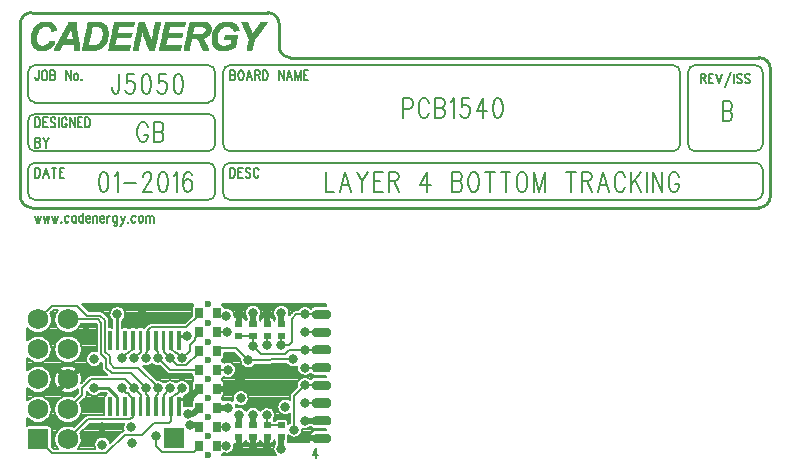
<source format=gbl>
*
*
G04 PADS Layout (Build Number 2007.21.1) generated Gerber (RS-274-X) file*
G04 PC Version=2.1*
*
%IN "J5050.pcb"*%
*
%MOMM*%
*
%FSLAX44Y44*%
*
*
*
*
G04 PC Standard Apertures*
*
*
G04 Thermal Relief Aperture macro.*
%AMTER*
1,1,$1,0,0*
1,0,$1-$2,0,0*
21,0,$3,$4,0,0,45*
21,0,$3,$4,0,0,135*
%
*
*
G04 Annular Aperture macro.*
%AMANN*
1,1,$1,0,0*
1,0,$2,0,0*
%
*
*
G04 Odd Aperture macro.*
%AMODD*
1,1,$1,0,0*
1,0,$1-0.005,0,0*
%
*
*
G04 PC Custom Aperture Macros*
*
*
*
*
*
*
G04 PC Aperture Table*
*
%ADD010C,0.254*%
%ADD011C,0.2032*%
%ADD012C,0.0508*%
%ADD013C,0.127*%
%ADD019C,0.508*%
%ADD023C,0.0254*%
%ADD031C,0.381*%
%ADD038R,0.635X0.889*%
%ADD071R,0.5X0.5*%
%ADD075R,1.75X1.75*%
%ADD076R,0.6X0.6*%
%ADD078C,0.6*%
%ADD079C,1.75*%
%ADD080C,0.2*%
%ADD081C,0.15*%
%ADD082C,0.5*%
%ADD084C,0.8*%
%ADD086R,0.3X0.3*%
%ADD087C,0.25*%
*
*
*
*
G04 PC Circuitry*
G04 Layer Name J5050.pcb - circuitry*
%LPD*%
*
*
G04 PC Custom Flashes*
G04 Layer Name J5050.pcb - flashes*
%LPD*%
*
*
G04 PC Circuitry*
G04 Layer Name J5050.pcb - circuitry*
%LPD*%
*
G54D10*
G01X315000Y655000D02*
G75*
G03X324525Y645475I9525J0D01*
G01X940475*
G03X950000Y655000I0J9525*
G01Y762950*
G03X940475Y772475I-9525J0*
G01X543600*
X534075Y782000D02*
G03X543600Y772475I9525J0D01*
G01X534075Y782000D02*
Y801050D01*
G03X524550Y810575I-9525J0*
G01X324525*
G03X315000Y801050I0J-9525*
G01Y655000*
G54D11*
X880150Y699450D02*
G03X886500Y693100I6350J0D01*
G01X937300*
G03X943650Y699450I0J6350*
G01Y759775*
G03X937300Y766125I-6350J0*
G01X886500*
G03X880150Y759775I0J-6350*
G01Y699450*
X486450Y658175D02*
G03X492800Y651825I6350J0D01*
G01X937300*
G03X943650Y658175I0J6350*
G01Y677225*
G03X937300Y683575I-6350J0*
G01X492800*
G03X486450Y677225I0J-6350*
G01Y658175*
X492800Y766125D02*
G03X486450Y759775I0J-6350D01*
G01X492800Y766125D02*
X867450D01*
X873800Y759775D02*
G03X867450Y766125I-6350J0D01*
G01X873800Y759775D02*
Y699450D01*
X867450Y693100D02*
G03X873800Y699450I0J6350D01*
G01X867450Y693100D02*
X492800D01*
X486450Y699450D02*
G03X492800Y693100I6350J0D01*
G01X486450Y699450D02*
Y759775D01*
X327700Y683575D02*
G03X321350Y677225I0J-6350D01*
G01X327700Y683575D02*
X473750D01*
X480100Y677225D02*
G03X473750Y683575I-6350J0D01*
G01X480100Y677225D02*
Y658175D01*
X473750Y651825D02*
G03X480100Y658175I0J6350D01*
G01X473750Y651825D02*
X327700D01*
X321350Y658175D02*
G03X327700Y651825I6350J0D01*
G01X321350Y658175D02*
Y677225D01*
X327700Y724850D02*
G03X321350Y718500I0J-6350D01*
G01X327700Y724850D02*
X473750D01*
X480100Y718500D02*
G03X473750Y724850I-6350J0D01*
G01X480100Y718500D02*
Y699450D01*
X473750Y693100D02*
G03X480100Y699450I0J6350D01*
G01X473750Y693100D02*
X327700D01*
X321350Y699450D02*
G03X327700Y693100I6350J0D01*
G01X321350Y699450D02*
Y718500D01*
X480100Y759775D02*
G03X473750Y766125I-6350J0D01*
G01X327700*
G03X321350Y759775I0J-6350*
G01Y740725*
G03X327700Y734375I6350J0*
G01X473750*
G03X480100Y740725I0J6350*
G01Y759775*
X398553Y758266D02*
Y745566D01*
X398553D02*
X397976Y743185D01*
X397976D02*
X397398Y742391D01*
X397398D02*
X396244Y741598D01*
X395089*
X395089D02*
X393935Y742391D01*
X393935D02*
X393357Y743185D01*
X393357D02*
X392780Y745566D01*
X392780D02*
Y747154D01*
X411253Y758266D02*
X405480D01*
X405480D02*
X404903Y751123D01*
X405480Y751916*
X405480D02*
X407212Y752710D01*
X407212D02*
X408944D01*
X408944D02*
X410676Y751916D01*
X410676D02*
X411830Y750329D01*
X411830D02*
X412407Y747948D01*
X412407D02*
X411830Y746360D01*
X411830D02*
X411253Y743979D01*
X410098Y742391*
X410098D02*
X408366Y741598D01*
X408366D02*
X406635D01*
X404903Y742391*
X404903D02*
X404326Y743185D01*
X404326D02*
X403748Y744773D01*
X421066Y758266D02*
X419335Y757473D01*
X418180Y755091*
X418180D02*
X417603Y751123D01*
Y748741*
X417603D02*
X418180Y744773D01*
X418180D02*
X419335Y742391D01*
X419335D02*
X421066Y741598D01*
X421066D02*
X422221D01*
X423953Y742391*
X423953D02*
X425107Y744773D01*
X425107D02*
X425685Y748741D01*
X425685D02*
Y751123D01*
X425107Y755091*
X425107D02*
X423953Y757473D01*
X422221Y758266*
X422221D02*
X421066D01*
X438385D02*
X432612D01*
X432612D02*
X432035Y751123D01*
X432612Y751916*
X432612D02*
X434344Y752710D01*
X434344D02*
X436076D01*
X436076D02*
X437807Y751916D01*
X437807D02*
X438962Y750329D01*
X439539Y747948*
X439539D02*
X438962Y746360D01*
X438962D02*
X438385Y743979D01*
X437230Y742391*
X437230D02*
X435498Y741598D01*
X435498D02*
X433766D01*
X433766D02*
X432035Y742391D01*
X432035D02*
X431457Y743185D01*
X431457D02*
X430880Y744773D01*
X448198Y758266D02*
X446466Y757473D01*
X446466D02*
X445312Y755091D01*
X445312D02*
X444735Y751123D01*
Y748741*
X444735D02*
X445312Y744773D01*
X446466Y742391*
X446466D02*
X448198Y741598D01*
X448198D02*
X449353D01*
X451085Y742391*
X451085D02*
X452239Y744773D01*
X452239D02*
X452816Y748741D01*
X452816D02*
Y751123D01*
X452816D02*
X452239Y755091D01*
X452239D02*
X451085Y757473D01*
X449353Y758266*
X449353D02*
X448198D01*
X422801Y713658D02*
X422223Y715245D01*
X422223D02*
X421069Y716833D01*
X419914Y717626*
X419914D02*
X417605D01*
X417605D02*
X416451Y716833D01*
X415296Y715245*
X415296D02*
X414719Y713658D01*
X414142Y711276*
X414142D02*
Y707308D01*
X414719Y704926*
X414719D02*
X415296Y703339D01*
X415296D02*
X416451Y701751D01*
X416451D02*
X417605Y700958D01*
X417605D02*
X419914D01*
X419914D02*
X421069Y701751D01*
X421069D02*
X422223Y703339D01*
X422223D02*
X422801Y704926D01*
X422801D02*
Y707308D01*
X419914D02*
X422801D01*
X427996Y717626D02*
Y700958D01*
Y717626D02*
X433192D01*
X433192D02*
X434923Y716833D01*
X434923D02*
X435501Y716039D01*
X436078Y714451*
X436078D02*
Y712864D01*
X435501Y711276*
X435501D02*
X434923Y710483D01*
X434923D02*
X433192Y709689D01*
X427996D02*
X433192D01*
X434923Y708895*
X434923D02*
X435501Y708101D01*
X435501D02*
X436078Y706514D01*
Y704133*
X435501Y702545*
X435501D02*
X434923Y701751D01*
X434923D02*
X433192Y700958D01*
X427996*
X384989Y675716D02*
X383257Y674923D01*
X383257D02*
X382103Y672541D01*
X382103D02*
X381525Y668573D01*
X381525D02*
Y666191D01*
X381525D02*
X382103Y662223D01*
X383257Y659841*
X383257D02*
X384989Y659048D01*
X386144*
X387875Y659841*
X387875D02*
X389030Y662223D01*
X389607Y666191*
X389607D02*
Y668573D01*
X389607D02*
X389030Y672541D01*
X389030D02*
X387875Y674923D01*
X387875D02*
X386144Y675716D01*
X386144D02*
X384989D01*
X394803Y672541D02*
X395957Y673335D01*
X395957D02*
X397689Y675716D01*
X397689D02*
Y659048D01*
X402884Y666191D02*
X413275D01*
X419048Y671748D02*
Y672541D01*
X419048D02*
X419625Y674129D01*
X419625D02*
X420203Y674923D01*
X421357Y675716*
X421357D02*
X423666D01*
X423666D02*
X424821Y674923D01*
X425398Y674129*
X425398D02*
X425975Y672541D01*
X425975D02*
Y670954D01*
X425975D02*
X425398Y669366D01*
X425398D02*
X424244Y666985D01*
X424244D02*
X418471Y659048D01*
X426553*
X435212Y675716D02*
X433480Y674923D01*
X432325Y672541*
X432325D02*
X431748Y668573D01*
X431748D02*
Y666191D01*
X431748D02*
X432325Y662223D01*
X432325D02*
X433480Y659841D01*
X433480D02*
X435212Y659048D01*
X436366*
X436366D02*
X438098Y659841D01*
X438098D02*
X439253Y662223D01*
X439830Y666191*
X439830D02*
Y668573D01*
X439253Y672541*
X439253D02*
X438098Y674923D01*
X438098D02*
X436366Y675716D01*
X436366D02*
X435212D01*
X445025Y672541D02*
X446180Y673335D01*
X446180D02*
X447912Y675716D01*
X447912D02*
Y659048D01*
X460034Y673335D02*
X459457Y674923D01*
X459457D02*
X457725Y675716D01*
X457725D02*
X456571D01*
X456571D02*
X454839Y674923D01*
X453684Y672541*
X453684D02*
X453107Y668573D01*
X453107D02*
Y664604D01*
X453107D02*
X453684Y661429D01*
X453684D02*
X454839Y659841D01*
X454839D02*
X456571Y659048D01*
X457148*
X457148D02*
X458880Y659841D01*
X458880D02*
X460034Y661429D01*
X460034D02*
X460612Y663810D01*
X460612D02*
Y664604D01*
X460034Y666985*
X460034D02*
X458880Y668573D01*
X457148Y669366*
X457148D02*
X456571D01*
X456571D02*
X454839Y668573D01*
X453684Y666985*
X453684D02*
X453107Y664604D01*
X638988Y737946D02*
Y721278D01*
Y737946D02*
X644184D01*
X644184D02*
X645915Y737153D01*
X645915D02*
X646493Y736359D01*
X647070Y734771*
X647070D02*
Y732390D01*
X647070D02*
X646493Y730803D01*
X645915Y730009*
X645915D02*
X644184Y729215D01*
X644184D02*
X638988D01*
X660924Y733978D02*
X660347Y735565D01*
X660347D02*
X659193Y737153D01*
X658038Y737946*
X658038D02*
X655729D01*
X655729D02*
X654574Y737153D01*
X654574D02*
X653420Y735565D01*
X653420D02*
X652843Y733978D01*
X652265Y731596*
X652265D02*
Y727628D01*
X652265D02*
X652843Y725246D01*
X652843D02*
X653420Y723659D01*
X654574Y722071*
X654574D02*
X655729Y721278D01*
X658038*
X658038D02*
X659193Y722071D01*
X659193D02*
X660347Y723659D01*
X660347D02*
X660924Y725246D01*
X666120Y737946D02*
Y721278D01*
Y737946D02*
X671315D01*
X671315D02*
X673047Y737153D01*
X673047D02*
X673624Y736359D01*
X673624D02*
X674202Y734771D01*
X674202D02*
Y733184D01*
X673624Y731596*
X673624D02*
X673047Y730803D01*
X673047D02*
X671315Y730009D01*
X666120D02*
X671315D01*
X671315D02*
X673047Y729215D01*
X673047D02*
X673624Y728421D01*
X673624D02*
X674202Y726834D01*
Y724453*
X673624Y722865*
X673624D02*
X673047Y722071D01*
X673047D02*
X671315Y721278D01*
X671315D02*
X666120D01*
X679397Y734771D02*
X680552Y735565D01*
X680552D02*
X682284Y737946D01*
X682284D02*
Y721278D01*
X694984Y737946D02*
X689211D01*
X689211D02*
X688634Y730803D01*
X689211Y731596*
X689211D02*
X690943Y732390D01*
X690943D02*
X692674D01*
X692674D02*
X694406Y731596D01*
X694406D02*
X695561Y730009D01*
X696138Y727628*
X696138D02*
X695561Y726040D01*
X695561D02*
X694984Y723659D01*
X693829Y722071*
X693829D02*
X692097Y721278D01*
X692097D02*
X690365D01*
X690365D02*
X688634Y722071D01*
X688634D02*
X688056Y722865D01*
X688056D02*
X687479Y724453D01*
X707106Y737946D02*
X701334Y726834D01*
X709993*
X707106Y737946D02*
Y721278D01*
X718652Y737946D02*
X716920Y737153D01*
X715765Y734771*
X715765D02*
X715188Y730803D01*
X715188D02*
Y728421D01*
X715188D02*
X715765Y724453D01*
X715765D02*
X716920Y722071D01*
X716920D02*
X718652Y721278D01*
X719806*
X719806D02*
X721538Y722071D01*
X721538D02*
X722693Y724453D01*
X723270Y728421*
X723270D02*
Y730803D01*
X722693Y734771*
X722693D02*
X721538Y737153D01*
X721538D02*
X719806Y737946D01*
X719806D02*
X718652D01*
X909556Y735406D02*
Y718738D01*
Y735406D02*
X914751D01*
X914751D02*
X916483Y734613D01*
X916483D02*
X917060Y733819D01*
X917060D02*
X917638Y732231D01*
X917638D02*
Y730644D01*
X917060Y729056*
X917060D02*
X916483Y728263D01*
X916483D02*
X914751Y727469D01*
X909556D02*
X914751D01*
X914751D02*
X916483Y726675D01*
X916483D02*
X917060Y725881D01*
X917060D02*
X917638Y724294D01*
Y721913*
X917060Y720325*
X917060D02*
X916483Y719531D01*
X916483D02*
X914751Y718738D01*
X914751D02*
X909556D01*
X573525Y675716D02*
Y659048D01*
X573525D02*
X580453D01*
X590266Y675716D02*
X585648Y659048D01*
X590266Y675716D02*
X594884Y659048D01*
X587380Y664604D02*
X593153D01*
X600080Y675716D02*
X604698Y667779D01*
X604698D02*
Y659048D01*
X609316Y675716D02*
X604698Y667779D01*
X614512Y675716D02*
Y659048D01*
Y675716D02*
X622016D01*
X614512Y667779D02*
X619130D01*
X614512Y659048D02*
X622016D01*
X627212Y675716D02*
Y659048D01*
Y675716D02*
X632407D01*
X632407D02*
X634139Y674923D01*
X634716Y674129*
X634716D02*
X635294Y672541D01*
X635294D02*
Y670954D01*
X634716Y669366*
X634716D02*
X634139Y668573D01*
X632407Y667779*
X632407D02*
X627212D01*
X631253D02*
X635294Y659048D01*
X659539Y675716D02*
X653766Y664604D01*
X653766D02*
X662425D01*
X659539Y675716D02*
Y659048D01*
X680898Y675716D02*
Y659048D01*
Y675716D02*
X686094D01*
X686094D02*
X687825Y674923D01*
X687825D02*
X688403Y674129D01*
X688980Y672541*
X688980D02*
Y670954D01*
X688403Y669366*
X688403D02*
X687825Y668573D01*
X687825D02*
X686094Y667779D01*
X680898D02*
X686094D01*
X687825Y666985*
X687825D02*
X688403Y666191D01*
X688403D02*
X688980Y664604D01*
Y662223*
X688403Y660635*
X688403D02*
X687825Y659841D01*
X687825D02*
X686094Y659048D01*
X680898*
X697639Y675716D02*
X696484Y674923D01*
X696484D02*
X695330Y673335D01*
X695330D02*
X694753Y671748D01*
X694175Y669366*
X694175D02*
Y665398D01*
X694175D02*
X694753Y663016D01*
X694753D02*
X695330Y661429D01*
X696484Y659841*
X696484D02*
X697639Y659048D01*
X699948*
X699948D02*
X701103Y659841D01*
X701103D02*
X702257Y661429D01*
X702257D02*
X702834Y663016D01*
X702834D02*
X703412Y665398D01*
Y669366*
X703412D02*
X702834Y671748D01*
X702834D02*
X702257Y673335D01*
X702257D02*
X701103Y674923D01*
X699948Y675716*
X699948D02*
X697639D01*
X712648D02*
Y659048D01*
X708607Y675716D02*
X716689D01*
X725925D02*
Y659048D01*
X721884Y675716D02*
X729966D01*
X738625D02*
X737471Y674923D01*
X736316Y673335*
X736316D02*
X735739Y671748D01*
X735162Y669366*
X735162D02*
Y665398D01*
X735739Y663016*
X735739D02*
X736316Y661429D01*
X736316D02*
X737471Y659841D01*
X737471D02*
X738625Y659048D01*
X738625D02*
X740934D01*
X740934D02*
X742089Y659841D01*
X742089D02*
X743244Y661429D01*
X743821Y663016*
X743821D02*
X744398Y665398D01*
X744398D02*
Y669366D01*
X744398D02*
X743821Y671748D01*
X743244Y673335*
X743244D02*
X742089Y674923D01*
X740934Y675716*
X740934D02*
X738625D01*
X749594D02*
Y659048D01*
Y675716D02*
X754212Y659048D01*
X758830Y675716D02*
X754212Y659048D01*
X758830Y675716D02*
Y659048D01*
X781344Y675716D02*
Y659048D01*
X777303Y675716D02*
X785384D01*
X790580D02*
Y659048D01*
Y675716D02*
X795775D01*
X795775D02*
X797507Y674923D01*
X797507D02*
X798084Y674129D01*
X798084D02*
X798662Y672541D01*
X798662D02*
Y670954D01*
X798084Y669366*
X798084D02*
X797507Y668573D01*
X797507D02*
X795775Y667779D01*
X795775D02*
X790580D01*
X794621D02*
X798662Y659048D01*
X808475Y675716D02*
X803857Y659048D01*
X808475Y675716D02*
X813094Y659048D01*
X805589Y664604D02*
X811362D01*
X826948Y671748D02*
X826371Y673335D01*
X826371D02*
X825216Y674923D01*
X825216D02*
X824062Y675716D01*
X824062D02*
X821753D01*
X821753D02*
X820598Y674923D01*
X820598D02*
X819444Y673335D01*
X819444D02*
X818866Y671748D01*
X818866D02*
X818289Y669366D01*
X818289D02*
Y665398D01*
X818866Y663016*
X818866D02*
X819444Y661429D01*
X820598Y659841*
X820598D02*
X821753Y659048D01*
X824062*
X825216Y659841*
X825216D02*
X826371Y661429D01*
X826948Y663016*
X832144Y675716D02*
Y659048D01*
X840225Y675716D02*
X832144Y664604D01*
X835030Y668573D02*
X840225Y659048D01*
X845421Y675716D02*
Y659048D01*
X850616Y675716D02*
Y659048D01*
Y675716D02*
X858698Y659048D01*
Y675716D02*
Y659048D01*
X872553Y671748D02*
X871975Y673335D01*
X871975D02*
X870821Y674923D01*
X869666Y675716*
X869666D02*
X867357D01*
X867357D02*
X866203Y674923D01*
X865048Y673335*
X865048D02*
X864471Y671748D01*
X863894Y669366*
X863894D02*
Y665398D01*
X864471Y663016*
X864471D02*
X865048Y661429D01*
X865048D02*
X866203Y659841D01*
X866203D02*
X867357Y659048D01*
X867357D02*
X869666D01*
X869666D02*
X870821Y659841D01*
X870821D02*
X871975Y661429D01*
X871975D02*
X872553Y663016D01*
X872553D02*
Y665398D01*
X869666D02*
X872553D01*
G54D12*
X330875Y778825D02*
X335073D01*
X484227D02*
X489156D01*
X329414Y779190D02*
X336534D01*
X343289D02*
X347853D01*
X360815D02*
X365014D01*
X367022D02*
X378888D01*
X389295D02*
X407003D01*
X410107D02*
X414306D01*
X423981D02*
X428180D01*
X432379D02*
X450088D01*
X453191D02*
X457390D01*
X469257D02*
X474186D01*
X482767D02*
X490982D01*
X506500D02*
X510699D01*
X328684Y779555D02*
X337629D01*
X343289D02*
X348218D01*
X360815D02*
X365014D01*
X367022D02*
X380349D01*
X389295D02*
X407003D01*
X410107D02*
X414671D01*
X423616D02*
X428545D01*
X432379D02*
X450088D01*
X453191D02*
X457755D01*
X468892D02*
X473821D01*
X481671D02*
X492442D01*
X506500D02*
X511064D01*
X327954Y779920D02*
X338360D01*
X343654D02*
X348218D01*
X360815D02*
X365014D01*
X367387D02*
X381444D01*
X389660D02*
X407368D01*
X410472D02*
X414671D01*
X423616D02*
X428545D01*
X432744D02*
X450453D01*
X453557D02*
X457755D01*
X468892D02*
X473821D01*
X480941D02*
X493538D01*
X506865D02*
X511064D01*
X327588Y780285D02*
X339090D01*
X343654D02*
X348583D01*
X360450D02*
X365014D01*
X367387D02*
X382175D01*
X389660D02*
X407368D01*
X410472D02*
X414671D01*
X423616D02*
X428545D01*
X432744D02*
X450453D01*
X453557D02*
X457755D01*
X468892D02*
X473821D01*
X480576D02*
X494268D01*
X506865D02*
X511064D01*
X326858Y780650D02*
X339820D01*
X344019D02*
X348583D01*
X360450D02*
X364649D01*
X367387D02*
X382905D01*
X389660D02*
X407368D01*
X410472D02*
X414671D01*
X423251D02*
X428545D01*
X432744D02*
X450453D01*
X453557D02*
X457755D01*
X468527D02*
X473456D01*
X480211D02*
X494998D01*
X506865D02*
X511064D01*
X326493Y781015D02*
X340185D01*
X344019D02*
X348948D01*
X360450D02*
X364649D01*
X367387D02*
X383635D01*
X389660D02*
X407733D01*
X410472D02*
X414671D01*
X423251D02*
X428545D01*
X432744D02*
X450818D01*
X453557D02*
X457755D01*
X468527D02*
X473456D01*
X479846D02*
X495728D01*
X506865D02*
X511064D01*
X326128Y781380D02*
X340550D01*
X344384D02*
X348948D01*
X360450D02*
X364649D01*
X367387D02*
X384000D01*
X389660D02*
X407733D01*
X410472D02*
X415036D01*
X422886D02*
X428911D01*
X432744D02*
X450818D01*
X453557D02*
X458121D01*
X468527D02*
X473091D01*
X479480D02*
X496459D01*
X506865D02*
X511429D01*
X326128Y781746D02*
X340915D01*
X344749D02*
X349313D01*
X360450D02*
X364649D01*
X367752D02*
X384365D01*
X390025D02*
X407733D01*
X410837D02*
X415036D01*
X422886D02*
X428911D01*
X433110D02*
X450818D01*
X453922D02*
X458121D01*
X468162D02*
X473091D01*
X479115D02*
X496824D01*
X507230D02*
X511429D01*
X325763Y782111D02*
X341281D01*
X344749D02*
X349678D01*
X360450D02*
X364649D01*
X367752D02*
X384730D01*
X390025D02*
X407733D01*
X410837D02*
X415036D01*
X422886D02*
X428911D01*
X433110D02*
X450818D01*
X453922D02*
X458121D01*
X468162D02*
X473091D01*
X478750D02*
X496824D01*
X507230D02*
X511429D01*
X325398Y782476D02*
X341646D01*
X345114D02*
X349678D01*
X360450D02*
X364649D01*
X367752D02*
X385096D01*
X390025D02*
X408098D01*
X410837D02*
X415036D01*
X422521D02*
X428911D01*
X433110D02*
X451183D01*
X453922D02*
X458121D01*
X467796D02*
X472726D01*
X478385D02*
X496824D01*
X507230D02*
X511429D01*
X325398Y782841D02*
X331787D01*
X334891D02*
X342011D01*
X345114D02*
X350044D01*
X360085D02*
X364649D01*
X367752D02*
X385461D01*
X390025D02*
X408098D01*
X410837D02*
X415036D01*
X422521D02*
X428911D01*
X433110D02*
X451183D01*
X453922D02*
X458121D01*
X467796D02*
X472726D01*
X478385D02*
X484775D01*
X488974D02*
X496824D01*
X507230D02*
X511429D01*
X325033Y783206D02*
X331057D01*
X336351D02*
X342376D01*
X345480D02*
X350044D01*
X360085D02*
X364283D01*
X367752D02*
X372316D01*
X378341D02*
X385826D01*
X390025D02*
X394589D01*
X410837D02*
X415401D01*
X422521D02*
X429276D01*
X433110D02*
X437674D01*
X453922D02*
X458486D01*
X467431D02*
X472360D01*
X478020D02*
X483679D01*
X490434D02*
X496824D01*
X507230D02*
X511794D01*
X325033Y783571D02*
X330327D01*
X337082D02*
X342376D01*
X345480D02*
X350409D01*
X360085D02*
X364283D01*
X368117D02*
X372316D01*
X379801D02*
X386191D01*
X390390D02*
X394589D01*
X411202D02*
X415401D01*
X422156D02*
X429276D01*
X433475D02*
X437674D01*
X454287D02*
X458486D01*
X467431D02*
X472360D01*
X478020D02*
X482949D01*
X491530D02*
X497189D01*
X507595D02*
X511794D01*
X324667Y783936D02*
X329962D01*
X337447D02*
X342741D01*
X345845D02*
X350409D01*
X360085D02*
X364283D01*
X368117D02*
X372316D01*
X380532D02*
X386556D01*
X390390D02*
X394589D01*
X411202D02*
X415401D01*
X422156D02*
X429276D01*
X433475D02*
X437674D01*
X454287D02*
X458486D01*
X467431D02*
X471995D01*
X477655D02*
X482584D01*
X492625D02*
X497189D01*
X507595D02*
X511794D01*
X324667Y784301D02*
X329597D01*
X337812D02*
X343106D01*
X345845D02*
X364283D01*
X368117D02*
X372316D01*
X380897D02*
X386556D01*
X390390D02*
X394589D01*
X411202D02*
X415401D01*
X421791D02*
X429276D01*
X433475D02*
X437674D01*
X454287D02*
X458486D01*
X467066D02*
X471995D01*
X477655D02*
X482219D01*
X492990D02*
X497189D01*
X507595D02*
X511794D01*
X324302Y784667D02*
X329231D01*
X338542D02*
X343106D01*
X346210D02*
X364283D01*
X368117D02*
X372681D01*
X381627D02*
X386921D01*
X390390D02*
X394954D01*
X411202D02*
X415401D01*
X421791D02*
X429641D01*
X433475D02*
X438039D01*
X454287D02*
X458851D01*
X467066D02*
X471630D01*
X477290D02*
X482219D01*
X492990D02*
X497189D01*
X507595D02*
X512159D01*
X324302Y785032D02*
X328866D01*
X338542D02*
X343471D01*
X346210D02*
X364283D01*
X368482D02*
X372681D01*
X381992D02*
X387286D01*
X390755D02*
X394954D01*
X411567D02*
X415766D01*
X421791D02*
X429641D01*
X433840D02*
X438039D01*
X454652D02*
X458851D01*
X466701D02*
X471630D01*
X477290D02*
X481854D01*
X492990D02*
X497554D01*
X507960D02*
X512159D01*
X324302Y785397D02*
X328866D01*
X338907D02*
X343471D01*
X346575D02*
X364283D01*
X368482D02*
X372681D01*
X382357D02*
X387286D01*
X390755D02*
X394954D01*
X411567D02*
X415766D01*
X421426D02*
X429641D01*
X433840D02*
X438039D01*
X454652D02*
X458851D01*
X466701D02*
X471265D01*
X477290D02*
X481489D01*
X492990D02*
X497554D01*
X507960D02*
X512159D01*
X324302Y785762D02*
X328501D01*
X339272D02*
X343836D01*
X346575D02*
X363918D01*
X368482D02*
X372681D01*
X382357D02*
X387651D01*
X390755D02*
X394954D01*
X411567D02*
X415766D01*
X421426D02*
X429641D01*
X433840D02*
X438039D01*
X454652D02*
X458851D01*
X466336D02*
X471265D01*
X477290D02*
X481489D01*
X493355D02*
X497554D01*
X507960D02*
X512159D01*
X324302Y786127D02*
X328501D01*
X339272D02*
X343471D01*
X346940D02*
X363918D01*
X368482D02*
X372681D01*
X382722D02*
X387651D01*
X390755D02*
X394954D01*
X411567D02*
X415766D01*
X421060D02*
X429641D01*
X433840D02*
X438039D01*
X454652D02*
X458851D01*
X466336D02*
X470900D01*
X477290D02*
X481489D01*
X493355D02*
X497554D01*
X507960D02*
X512159D01*
X323937Y786492D02*
X328501D01*
X339638D02*
X340915D01*
X347305D02*
X363918D01*
X368482D02*
X373046D01*
X383087D02*
X388017D01*
X390755D02*
X395319D01*
X411567D02*
X415766D01*
X421060D02*
X430006D01*
X433840D02*
X438404D01*
X454652D02*
X459216D01*
X465971D02*
X470900D01*
X476925D02*
X481489D01*
X493355D02*
X497554D01*
X507960D02*
X512524D01*
X323937Y786857D02*
X328136D01*
X347305D02*
X363918D01*
X368848D02*
X373046D01*
X383087D02*
X388017D01*
X391120D02*
X395319D01*
X411932D02*
X416131D01*
X421060D02*
X430006D01*
X434205D02*
X438404D01*
X455017D02*
X459216D01*
X465971D02*
X470535D01*
X476925D02*
X481123D01*
X493355D02*
X497919D01*
X508325D02*
X512524D01*
X323937Y787222D02*
X328136D01*
X347670D02*
X363918D01*
X368848D02*
X373046D01*
X383453D02*
X388017D01*
X391120D02*
X395319D01*
X411932D02*
X416131D01*
X420695D02*
X430006D01*
X434205D02*
X438404D01*
X455017D02*
X459216D01*
X465606D02*
X470535D01*
X476925D02*
X481123D01*
X493720D02*
X497919D01*
X508325D02*
X512524D01*
X323937Y787588D02*
X328136D01*
X347670D02*
X363918D01*
X368848D02*
X373046D01*
X383818D02*
X388382D01*
X391120D02*
X395319D01*
X411932D02*
X416131D01*
X420695D02*
X425259D01*
X426172D02*
X430006D01*
X434205D02*
X438404D01*
X455017D02*
X459216D01*
X465241D02*
X470170D01*
X476925D02*
X481123D01*
X493720D02*
X497919D01*
X508325D02*
X512524D01*
X323937Y787953D02*
X328136D01*
X348035D02*
X363918D01*
X368848D02*
X373046D01*
X383818D02*
X388382D01*
X391120D02*
X395319D01*
X411932D02*
X416131D01*
X420695D02*
X425259D01*
X426172D02*
X430006D01*
X434205D02*
X438404D01*
X455017D02*
X459216D01*
X464875D02*
X469805D01*
X476925D02*
X481123D01*
X487148D02*
X497919D01*
X508325D02*
X512889D01*
X323937Y788318D02*
X328136D01*
X348035D02*
X352965D01*
X359354D02*
X363553D01*
X368848D02*
X373412D01*
X384183D02*
X388382D01*
X391120D02*
X395684D01*
X411932D02*
X416131D01*
X420330D02*
X424894D01*
X426172D02*
X430371D01*
X434205D02*
X438769D01*
X455017D02*
X459581D01*
X464510D02*
X469439D01*
X476925D02*
X481123D01*
X487148D02*
X497919D01*
X508325D02*
X512889D01*
X323937Y788683D02*
X328136D01*
X348401D02*
X352965D01*
X359354D02*
X363553D01*
X369213D02*
X373412D01*
X384183D02*
X388747D01*
X391485D02*
X395684D01*
X412297D02*
X416496D01*
X420330D02*
X424894D01*
X426172D02*
X430371D01*
X434570D02*
X438769D01*
X455382D02*
X459581D01*
X463780D02*
X469074D01*
X476925D02*
X481123D01*
X487513D02*
X498284D01*
X508325D02*
X513254D01*
X323937Y789048D02*
X328136D01*
X348401D02*
X353330D01*
X359354D02*
X363553D01*
X369213D02*
X373412D01*
X384183D02*
X388747D01*
X391485D02*
X395684D01*
X412297D02*
X416496D01*
X419965D02*
X424894D01*
X426172D02*
X430371D01*
X434570D02*
X438769D01*
X455382D02*
X468709D01*
X476925D02*
X481123D01*
X487513D02*
X498284D01*
X507960D02*
X513620D01*
X323937Y789413D02*
X328136D01*
X348766D02*
X353330D01*
X359354D02*
X363553D01*
X369213D02*
X373412D01*
X384548D02*
X388747D01*
X391485D02*
X395684D01*
X412297D02*
X416496D01*
X419965D02*
X424529D01*
X426537D02*
X430371D01*
X434570D02*
X438769D01*
X455382D02*
X470535D01*
X476925D02*
X481123D01*
X487513D02*
X498284D01*
X507960D02*
X513985D01*
X323937Y789778D02*
X328136D01*
X348766D02*
X353695D01*
X359354D02*
X363553D01*
X369213D02*
X373777D01*
X384548D02*
X388747D01*
X391485D02*
X408098D01*
X412297D02*
X416496D01*
X419965D02*
X424529D01*
X426537D02*
X430736D01*
X434570D02*
X451183D01*
X455382D02*
X471630D01*
X476925D02*
X481123D01*
X487513D02*
X498284D01*
X507595D02*
X513985D01*
X323937Y790143D02*
X328136D01*
X349131D02*
X353695D01*
X359354D02*
X363553D01*
X369578D02*
X373777D01*
X384548D02*
X388747D01*
X391850D02*
X408098D01*
X412663D02*
X416496D01*
X419600D02*
X424164D01*
X426537D02*
X430736D01*
X434935D02*
X451183D01*
X455747D02*
X472360D01*
X476925D02*
X481123D01*
X487878D02*
X498284D01*
X507595D02*
X514350D01*
X323937Y790509D02*
X328136D01*
X349131D02*
X354060D01*
X358989D02*
X363188D01*
X369578D02*
X373777D01*
X384548D02*
X389112D01*
X391850D02*
X408464D01*
X412663D02*
X416861D01*
X419600D02*
X424164D01*
X426537D02*
X430736D01*
X434935D02*
X451548D01*
X455747D02*
X473091D01*
X476925D02*
X481123D01*
X487878D02*
X498649D01*
X507595D02*
X514715D01*
X323937Y790874D02*
X328501D01*
X349496D02*
X354425D01*
X358989D02*
X363188D01*
X369578D02*
X373777D01*
X384913D02*
X389112D01*
X391850D02*
X408464D01*
X412663D02*
X416861D01*
X419235D02*
X424164D01*
X426537D02*
X430736D01*
X434935D02*
X451548D01*
X455747D02*
X473456D01*
X476925D02*
X481489D01*
X487878D02*
X498649D01*
X507230D02*
X515080D01*
X323937Y791239D02*
X328501D01*
X349861D02*
X354425D01*
X358989D02*
X363188D01*
X369578D02*
X373777D01*
X384913D02*
X389112D01*
X391850D02*
X408464D01*
X412663D02*
X416861D01*
X419235D02*
X423799D01*
X426902D02*
X430736D01*
X434935D02*
X451548D01*
X455747D02*
X473821D01*
X477290D02*
X481489D01*
X488243D02*
X498649D01*
X507230D02*
X515080D01*
X324302Y791604D02*
X328501D01*
X349861D02*
X354790D01*
X358989D02*
X363188D01*
X369578D02*
X374142D01*
X384913D02*
X389112D01*
X391850D02*
X408829D01*
X412663D02*
X416861D01*
X419235D02*
X423799D01*
X426902D02*
X431101D01*
X434935D02*
X451913D01*
X455747D02*
X474186D01*
X477290D02*
X481489D01*
X488243D02*
X498649D01*
X506865D02*
X515445D01*
X324302Y791969D02*
X328501D01*
X350226D02*
X354790D01*
X358989D02*
X363188D01*
X369943D02*
X374142D01*
X384913D02*
X389112D01*
X392216D02*
X408829D01*
X413028D02*
X416861D01*
X418870D02*
X423434D01*
X426902D02*
X431101D01*
X435300D02*
X451913D01*
X456112D02*
X474551D01*
X477290D02*
X481489D01*
X506865D02*
X515810D01*
X324302Y792334D02*
X328501D01*
X350226D02*
X355155D01*
X358989D02*
X363188D01*
X369943D02*
X374142D01*
X384913D02*
X389112D01*
X392216D02*
X408829D01*
X413028D02*
X417227D01*
X418870D02*
X423434D01*
X426902D02*
X431101D01*
X435300D02*
X451913D01*
X456112D02*
X474916D01*
X477290D02*
X481489D01*
X506500D02*
X516175D01*
X324302Y792699D02*
X328866D01*
X350591D02*
X355155D01*
X358624D02*
X363188D01*
X369943D02*
X374142D01*
X384913D02*
X389112D01*
X392216D02*
X408829D01*
X413028D02*
X417227D01*
X418870D02*
X423434D01*
X426902D02*
X431101D01*
X435300D02*
X451913D01*
X456112D02*
X460311D01*
X467431D02*
X474916D01*
X477290D02*
X481854D01*
X506500D02*
X516175D01*
X324302Y793064D02*
X328866D01*
X350591D02*
X355520D01*
X358624D02*
X362823D01*
X369943D02*
X374142D01*
X384913D02*
X389112D01*
X392216D02*
X409194D01*
X413028D02*
X417227D01*
X418505D02*
X423069D01*
X427268D02*
X431101D01*
X435300D02*
X452279D01*
X456112D02*
X460311D01*
X469257D02*
X475281D01*
X477655D02*
X481854D01*
X506500D02*
X511064D01*
X511611D02*
X516541D01*
X324667Y793430D02*
X328866D01*
X350956D02*
X355520D01*
X358624D02*
X362823D01*
X369943D02*
X374507D01*
X384913D02*
X389112D01*
X392216D02*
X409194D01*
X413028D02*
X417227D01*
X418505D02*
X423069D01*
X427268D02*
X431466D01*
X435300D02*
X452279D01*
X456112D02*
X460676D01*
X469987D02*
X475281D01*
X477655D02*
X481854D01*
X506135D02*
X510699D01*
X511977D02*
X516906D01*
X324667Y793795D02*
X329231D01*
X350956D02*
X355886D01*
X358624D02*
X362823D01*
X370308D02*
X374507D01*
X384913D02*
X389112D01*
X392581D02*
X396780D01*
X413393D02*
X417227D01*
X418139D02*
X423069D01*
X427268D02*
X431466D01*
X435665D02*
X439864D01*
X456478D02*
X460676D01*
X470352D02*
X475647D01*
X477655D02*
X482219D01*
X506135D02*
X510699D01*
X511977D02*
X517271D01*
X324667Y794160D02*
X329231D01*
X351322D02*
X355886D01*
X358624D02*
X362823D01*
X370308D02*
X374507D01*
X384913D02*
X389112D01*
X392581D02*
X396780D01*
X413393D02*
X417592D01*
X418139D02*
X422703D01*
X427268D02*
X431466D01*
X435665D02*
X439864D01*
X456478D02*
X460676D01*
X470717D02*
X475647D01*
X478020D02*
X482219D01*
X505769D02*
X510333D01*
X512342D02*
X517271D01*
X325033Y794525D02*
X329597D01*
X351322D02*
X356251D01*
X358624D02*
X362823D01*
X370308D02*
X374507D01*
X384913D02*
X389112D01*
X392581D02*
X396780D01*
X413393D02*
X417592D01*
X418139D02*
X422703D01*
X427268D02*
X431466D01*
X435665D02*
X439864D01*
X456478D02*
X460676D01*
X471083D02*
X475647D01*
X478020D02*
X482584D01*
X505769D02*
X510333D01*
X512707D02*
X517636D01*
X325033Y794890D02*
X329597D01*
X351687D02*
X356251D01*
X358624D02*
X362823D01*
X370308D02*
X374872D01*
X384913D02*
X389112D01*
X392581D02*
X397145D01*
X413393D02*
X422338D01*
X427633D02*
X431832D01*
X435665D02*
X440229D01*
X456478D02*
X461042D01*
X471448D02*
X476012D01*
X478385D02*
X482584D01*
X505404D02*
X510333D01*
X512707D02*
X518001D01*
X325033Y795255D02*
X329962D01*
X341098D02*
X342741D01*
X351687D02*
X356616D01*
X358259D02*
X362823D01*
X370308D02*
X374872D01*
X384548D02*
X389112D01*
X392581D02*
X397145D01*
X413393D02*
X422338D01*
X427633D02*
X431832D01*
X435665D02*
X440229D01*
X456478D02*
X461042D01*
X471448D02*
X476012D01*
X478385D02*
X482949D01*
X495546D02*
X496824D01*
X505404D02*
X509968D01*
X513072D02*
X518366D01*
X325398Y795620D02*
X329962D01*
X341098D02*
X345297D01*
X352052D02*
X356981D01*
X358259D02*
X362458D01*
X370673D02*
X374872D01*
X384548D02*
X388747D01*
X392946D02*
X397145D01*
X413758D02*
X422338D01*
X427633D02*
X431832D01*
X436031D02*
X440229D01*
X456843D02*
X461042D01*
X471813D02*
X476012D01*
X478385D02*
X482949D01*
X495181D02*
X499745D01*
X505039D02*
X509968D01*
X513437D02*
X518366D01*
X325398Y795985D02*
X330327D01*
X340733D02*
X345297D01*
X352417D02*
X356981D01*
X358259D02*
X362458D01*
X370673D02*
X374872D01*
X384548D02*
X388747D01*
X392946D02*
X397145D01*
X413758D02*
X421973D01*
X427633D02*
X431832D01*
X436031D02*
X440229D01*
X456843D02*
X461042D01*
X471813D02*
X476012D01*
X478750D02*
X483314D01*
X495181D02*
X499745D01*
X505039D02*
X509603D01*
X513802D02*
X518731D01*
X325763Y796351D02*
X330692D01*
X340733D02*
X345297D01*
X352417D02*
X357346D01*
X358259D02*
X362458D01*
X370673D02*
X374872D01*
X384183D02*
X388747D01*
X392946D02*
X397145D01*
X413758D02*
X421973D01*
X427633D02*
X431832D01*
X436031D02*
X440229D01*
X456843D02*
X461042D01*
X471813D02*
X476012D01*
X478750D02*
X483679D01*
X495181D02*
X499380D01*
X505039D02*
X509603D01*
X513802D02*
X519096D01*
X325763Y796716D02*
X331057D01*
X340733D02*
X344932D01*
X352782D02*
X357346D01*
X358259D02*
X362458D01*
X370673D02*
X375237D01*
X384183D02*
X388747D01*
X392946D02*
X397510D01*
X413758D02*
X421608D01*
X427998D02*
X432197D01*
X436031D02*
X440595D01*
X456843D02*
X461407D01*
X471813D02*
X476012D01*
X479115D02*
X484044D01*
X494816D02*
X499380D01*
X504674D02*
X509238D01*
X514167D02*
X519462D01*
X326128Y797081D02*
X331422D01*
X340368D02*
X344932D01*
X352782D02*
X357711D01*
X358259D02*
X362458D01*
X371038D02*
X375237D01*
X383818D02*
X388382D01*
X393311D02*
X397510D01*
X414123D02*
X421608D01*
X427998D02*
X432197D01*
X436396D02*
X440595D01*
X457208D02*
X461407D01*
X471813D02*
X476012D01*
X479480D02*
X484410D01*
X494451D02*
X499380D01*
X504674D02*
X509238D01*
X514532D02*
X519462D01*
X326128Y797446D02*
X331787D01*
X340003D02*
X344932D01*
X353147D02*
X357711D01*
X358259D02*
X362458D01*
X371038D02*
X375237D01*
X383453D02*
X388382D01*
X393311D02*
X397510D01*
X414123D02*
X421608D01*
X427998D02*
X432197D01*
X436396D02*
X440595D01*
X457208D02*
X461407D01*
X471448D02*
X476012D01*
X479480D02*
X484775D01*
X494085D02*
X499015D01*
X504309D02*
X508873D01*
X514898D02*
X519827D01*
X326493Y797811D02*
X332152D01*
X340003D02*
X344932D01*
X353147D02*
X362458D01*
X371038D02*
X375237D01*
X383087D02*
X388382D01*
X393311D02*
X397510D01*
X414123D02*
X421243D01*
X427998D02*
X432197D01*
X436396D02*
X440595D01*
X457208D02*
X461407D01*
X471448D02*
X476012D01*
X479846D02*
X485505D01*
X493720D02*
X499015D01*
X504309D02*
X508873D01*
X514898D02*
X520192D01*
X326858Y798176D02*
X332883D01*
X339638D02*
X344567D01*
X353512D02*
X362093D01*
X371038D02*
X375237D01*
X382357D02*
X388017D01*
X393311D02*
X397510D01*
X414123D02*
X421243D01*
X427998D02*
X432197D01*
X436396D02*
X440595D01*
X457208D02*
X461407D01*
X471083D02*
X476012D01*
X480211D02*
X485870D01*
X493355D02*
X499015D01*
X503944D02*
X508873D01*
X515263D02*
X520557D01*
X326858Y798541D02*
X333613D01*
X338907D02*
X344567D01*
X353512D02*
X362093D01*
X371038D02*
X375602D01*
X381627D02*
X388017D01*
X393311D02*
X397875D01*
X414123D02*
X421243D01*
X428363D02*
X432562D01*
X436396D02*
X440960D01*
X457208D02*
X461772D01*
X469987D02*
X475647D01*
X480211D02*
X486965D01*
X492625D02*
X498649D01*
X503944D02*
X508508D01*
X515628D02*
X520557D01*
X327223Y798906D02*
X334708D01*
X337812D02*
X344202D01*
X353877D02*
X362093D01*
X371403D02*
X387651D01*
X393676D02*
X410289D01*
X414488D02*
X420878D01*
X428363D02*
X432562D01*
X436761D02*
X453374D01*
X457573D02*
X475647D01*
X480576D02*
X488061D01*
X491895D02*
X498649D01*
X503944D02*
X508508D01*
X515993D02*
X520922D01*
X327588Y799272D02*
X344202D01*
X353877D02*
X362093D01*
X371403D02*
X387286D01*
X393676D02*
X410289D01*
X414488D02*
X420878D01*
X428363D02*
X432562D01*
X436761D02*
X453374D01*
X457573D02*
X475647D01*
X480941D02*
X498284D01*
X503579D02*
X508143D01*
X515993D02*
X521287D01*
X327954Y799637D02*
X343836D01*
X354243D02*
X362093D01*
X371403D02*
X387286D01*
X393676D02*
X410654D01*
X414488D02*
X420513D01*
X428363D02*
X432562D01*
X436761D02*
X453739D01*
X457573D02*
X475281D01*
X481306D02*
X497919D01*
X503579D02*
X508143D01*
X516358D02*
X521652D01*
X328319Y800002D02*
X343471D01*
X354608D02*
X362093D01*
X371403D02*
X386921D01*
X393676D02*
X410654D01*
X414488D02*
X420513D01*
X428363D02*
X432562D01*
X436761D02*
X453739D01*
X457573D02*
X475281D01*
X481671D02*
X497554D01*
X503214D02*
X507778D01*
X516723D02*
X521652D01*
X328684Y800367D02*
X343106D01*
X354608D02*
X362093D01*
X371403D02*
X386556D01*
X393676D02*
X410654D01*
X414488D02*
X420513D01*
X428728D02*
X432927D01*
X436761D02*
X453739D01*
X457573D02*
X474916D01*
X482036D02*
X497554D01*
X503214D02*
X507778D01*
X517088D02*
X522017D01*
X329414Y800732D02*
X342741D01*
X354973D02*
X361728D01*
X371769D02*
X386191D01*
X394041D02*
X411019D01*
X414853D02*
X420148D01*
X428728D02*
X432927D01*
X437126D02*
X454104D01*
X457938D02*
X474551D01*
X482767D02*
X497189D01*
X502848D02*
X507412D01*
X517088D02*
X522383D01*
X329779Y801097D02*
X342376D01*
X354973D02*
X361728D01*
X371769D02*
X385826D01*
X394041D02*
X411019D01*
X414853D02*
X420148D01*
X428728D02*
X432927D01*
X437126D02*
X454104D01*
X457938D02*
X474186D01*
X483132D02*
X496459D01*
X502848D02*
X507412D01*
X517453D02*
X522748D01*
X330509Y801462D02*
X342011D01*
X355338D02*
X361728D01*
X371769D02*
X385096D01*
X394041D02*
X411019D01*
X414853D02*
X419782D01*
X428728D02*
X432927D01*
X437126D02*
X454104D01*
X457938D02*
X473821D01*
X483497D02*
X496094D01*
X502848D02*
X507412D01*
X517819D02*
X522748D01*
X330875Y801827D02*
X341281D01*
X355338D02*
X361728D01*
X371769D02*
X384730D01*
X394041D02*
X411019D01*
X414853D02*
X419782D01*
X428728D02*
X433292D01*
X437126D02*
X454104D01*
X457938D02*
X473456D01*
X484227D02*
X495363D01*
X502483D02*
X507047D01*
X518184D02*
X523113D01*
X331970Y802193D02*
X340915D01*
X355703D02*
X361728D01*
X372134D02*
X383635D01*
X394406D02*
X411385D01*
X415218D02*
X419782D01*
X429093D02*
X433292D01*
X437491D02*
X454469D01*
X458303D02*
X472726D01*
X485322D02*
X494633D01*
X502483D02*
X507047D01*
X518184D02*
X523478D01*
X332700Y802558D02*
X339820D01*
X355703D02*
X361728D01*
X372134D02*
X382175D01*
X394406D02*
X411385D01*
X415218D02*
X419417D01*
X429093D02*
X433292D01*
X437491D02*
X454469D01*
X458303D02*
X471265D01*
X486053D02*
X493903D01*
X502118D02*
X506682D01*
X518549D02*
X523843D01*
X334161Y802923D02*
X338360D01*
X487878D02*
X492442D01*
G54D13*
X330586Y761759D02*
Y755409D01*
X330297Y754218*
X330297D02*
X330009Y753821D01*
X330009D02*
X329431Y753425D01*
X329431D02*
X328854D01*
X328854D02*
X328277Y753821D01*
X328277D02*
X327988Y754218D01*
X327988D02*
X327700Y755409D01*
Y756203*
X334915Y761759D02*
X334338Y761362D01*
X334338D02*
X333761Y760568D01*
X333761D02*
X333472Y759775D01*
X333472D02*
X333184Y758584D01*
Y756600*
X333472Y755409*
X333472D02*
X333761Y754615D01*
X333761D02*
X334338Y753821D01*
X334338D02*
X334915Y753425D01*
X334915D02*
X336070D01*
X336647Y753821*
X336647D02*
X337225Y754615D01*
X337225D02*
X337513Y755409D01*
X337513D02*
X337802Y756600D01*
Y758584*
X337513Y759775*
X337513D02*
X337225Y760568D01*
X337225D02*
X336647Y761362D01*
X336647D02*
X336070Y761759D01*
X334915*
X340400D02*
Y753425D01*
Y761759D02*
X342997D01*
X342997D02*
X343863Y761362D01*
X343863D02*
X344152Y760965D01*
X344152D02*
X344440Y760171D01*
X344440D02*
Y759378D01*
X344440D02*
X344152Y758584D01*
X343863Y758187*
X343863D02*
X342997Y757790D01*
X340400D02*
X342997D01*
X342997D02*
X343863Y757393D01*
X343863D02*
X344152Y756996D01*
X344152D02*
X344440Y756203D01*
X344440D02*
Y755012D01*
X344440D02*
X344152Y754218D01*
X344152D02*
X343863Y753821D01*
X343863D02*
X342997Y753425D01*
X342997D02*
X340400D01*
X353677Y761759D02*
Y753425D01*
Y761759D02*
X357718Y753425D01*
Y761759D02*
Y753425D01*
X361759Y758981D02*
X361181Y758584D01*
X361181D02*
X360604Y757790D01*
X360604D02*
X360315Y756600D01*
X360315D02*
Y755806D01*
X360315D02*
X360604Y754615D01*
X360604D02*
X361181Y753821D01*
X361181D02*
X361759Y753425D01*
X362625*
X363202Y753821*
X363202D02*
X363779Y754615D01*
X363779D02*
X364068Y755806D01*
Y756600*
X363779Y757790*
X363779D02*
X363202Y758584D01*
X362625Y758981*
X361759*
X366954Y754218D02*
X366665Y753821D01*
X366665D02*
X366954Y753425D01*
X366954D02*
X367243Y753821D01*
X367243D02*
X366954Y754218D01*
X327700Y721754D02*
Y713420D01*
Y721754D02*
X329720D01*
X330586Y721357*
X330586D02*
X331163Y720563D01*
X331163D02*
X331452Y719770D01*
X331740Y718579*
X331740D02*
Y716595D01*
X331740D02*
X331452Y715404D01*
X331163Y714610*
X331163D02*
X330586Y713816D01*
X330586D02*
X329720Y713420D01*
X327700*
X334338Y721754D02*
Y713420D01*
Y721754D02*
X338090D01*
X334338Y717785D02*
X336647D01*
X334338Y713420D02*
X338090D01*
X344729Y720563D02*
X344152Y721357D01*
X344152D02*
X343286Y721754D01*
X342131*
X342131D02*
X341265Y721357D01*
X341265D02*
X340688Y720563D01*
X340688D02*
Y719770D01*
X340688D02*
X340977Y718976D01*
X341265Y718579*
X341265D02*
X341843Y718182D01*
X341843D02*
X343575Y717388D01*
X343575D02*
X344152Y716991D01*
X344152D02*
X344440Y716595D01*
X344440D02*
X344729Y715801D01*
X344729D02*
Y714610D01*
X344729D02*
X344152Y713816D01*
X344152D02*
X343286Y713420D01*
X342131*
X342131D02*
X341265Y713816D01*
X341265D02*
X340688Y714610D01*
X347327Y721754D02*
Y713420D01*
X354254Y719770D02*
X353965Y720563D01*
X353965D02*
X353388Y721357D01*
X353388D02*
X352811Y721754D01*
X351656*
X351656D02*
X351079Y721357D01*
X351079D02*
X350502Y720563D01*
X350502D02*
X350213Y719770D01*
X350213D02*
X349925Y718579D01*
Y716595*
X350213Y715404*
X350213D02*
X350502Y714610D01*
X350502D02*
X351079Y713816D01*
X351079D02*
X351656Y713420D01*
X351656D02*
X352811D01*
X353388Y713816*
X353388D02*
X353965Y714610D01*
X353965D02*
X354254Y715404D01*
X354254D02*
Y716595D01*
X352811D02*
X354254D01*
X356852Y721754D02*
Y713420D01*
Y721754D02*
X360893Y713420D01*
Y721754D02*
Y713420D01*
X363490Y721754D02*
Y713420D01*
Y721754D02*
X367243D01*
X363490Y717785D02*
X365800D01*
X363490Y713420D02*
X367243D01*
X369840Y721754D02*
Y713420D01*
Y721754D02*
X371861D01*
X372727Y721357*
X372727D02*
X373304Y720563D01*
X373304D02*
X373593Y719770D01*
X373881Y718579*
X373881D02*
Y716595D01*
X373881D02*
X373593Y715404D01*
X373304Y714610*
X373304D02*
X372727Y713816D01*
X372727D02*
X371861Y713420D01*
X369840*
X327700Y704609D02*
Y696275D01*
Y704609D02*
X330297D01*
X330297D02*
X331163Y704212D01*
X331163D02*
X331452Y703815D01*
X331452D02*
X331740Y703021D01*
X331740D02*
Y702228D01*
X331740D02*
X331452Y701434D01*
X331163Y701037*
X331163D02*
X330297Y700640D01*
X327700D02*
X330297D01*
X330297D02*
X331163Y700243D01*
X331163D02*
X331452Y699846D01*
X331452D02*
X331740Y699053D01*
X331740D02*
Y697862D01*
X331740D02*
X331452Y697068D01*
X331452D02*
X331163Y696671D01*
X331163D02*
X330297Y696275D01*
X330297D02*
X327700D01*
X334338Y704609D02*
X336647Y700640D01*
X336647D02*
Y696275D01*
X338956Y704609D02*
X336647Y700640D01*
X327700Y679209D02*
Y670875D01*
Y679209D02*
X329720D01*
X330586Y678812*
X330586D02*
X331163Y678018D01*
X331163D02*
X331452Y677225D01*
X331740Y676034*
X331740D02*
Y674050D01*
X331740D02*
X331452Y672859D01*
X331163Y672065*
X331163D02*
X330586Y671271D01*
X330586D02*
X329720Y670875D01*
X327700*
X336647Y679209D02*
X334338Y670875D01*
X336647Y679209D02*
X338956Y670875D01*
X335204Y673653D02*
X338090D01*
X343575Y679209D02*
Y670875D01*
X341554Y679209D02*
X345595D01*
X348193D02*
Y670875D01*
Y679209D02*
X351945D01*
X348193Y675240D02*
X350502D01*
X348193Y670875D02*
X351945D01*
X492800Y761759D02*
Y753425D01*
Y761759D02*
X495397D01*
X495397D02*
X496263Y761362D01*
X496263D02*
X496552Y760965D01*
X496552D02*
X496840Y760171D01*
X496840D02*
Y759378D01*
X496840D02*
X496552Y758584D01*
X496263Y758187*
X496263D02*
X495397Y757790D01*
X492800D02*
X495397D01*
X495397D02*
X496263Y757393D01*
X496263D02*
X496552Y756996D01*
X496552D02*
X496840Y756203D01*
X496840D02*
Y755012D01*
X496840D02*
X496552Y754218D01*
X496552D02*
X496263Y753821D01*
X496263D02*
X495397Y753425D01*
X495397D02*
X492800D01*
X501170Y761759D02*
X500593Y761362D01*
X500593D02*
X500015Y760568D01*
X500015D02*
X499727Y759775D01*
X499438Y758584*
X499438D02*
Y756600D01*
X499438D02*
X499727Y755409D01*
X500015Y754615*
X500015D02*
X500593Y753821D01*
X500593D02*
X501170Y753425D01*
X502325*
X502902Y753821*
X502902D02*
X503479Y754615D01*
X503479D02*
X503768Y755409D01*
X504056Y756600*
X504056D02*
Y758584D01*
X504056D02*
X503768Y759775D01*
X503479Y760568*
X503479D02*
X502902Y761362D01*
X502902D02*
X502325Y761759D01*
X501170*
X508963D02*
X506654Y753425D01*
X508963Y761759D02*
X511272Y753425D01*
X507520Y756203D02*
X510406D01*
X513870Y761759D02*
Y753425D01*
Y761759D02*
X516468D01*
X517334Y761362*
X517334D02*
X517622Y760965D01*
X517622D02*
X517911Y760171D01*
X517911D02*
Y759378D01*
X517622Y758584*
X517622D02*
X517334Y758187D01*
X517334D02*
X516468Y757790D01*
X516468D02*
X513870D01*
X515890D02*
X517911Y753425D01*
X520509Y761759D02*
Y753425D01*
Y761759D02*
X522529D01*
X522529D02*
X523395Y761362D01*
X523395D02*
X523972Y760568D01*
X523972D02*
X524261Y759775D01*
X524550Y758584*
Y756600*
X524261Y755409*
X523972Y754615*
X523972D02*
X523395Y753821D01*
X523395D02*
X522529Y753425D01*
X522529D02*
X520509D01*
X533786Y761759D02*
Y753425D01*
Y761759D02*
X537827Y753425D01*
Y761759D02*
Y753425D01*
X542734Y761759D02*
X540425Y753425D01*
X542734Y761759D02*
X545043Y753425D01*
X541290Y756203D02*
X544177D01*
X547640Y761759D02*
Y753425D01*
Y761759D02*
X549950Y753425D01*
X552259Y761759D02*
X549950Y753425D01*
X552259Y761759D02*
Y753425D01*
X554856Y761759D02*
Y753425D01*
Y761759D02*
X558609D01*
X554856Y757790D02*
X557165D01*
X554856Y753425D02*
X558609D01*
X492800Y679209D02*
Y670875D01*
Y679209D02*
X494820D01*
X495686Y678812*
X495686D02*
X496263Y678018D01*
X496263D02*
X496552Y677225D01*
X496840Y676034*
X496840D02*
Y674050D01*
X496840D02*
X496552Y672859D01*
X496263Y672065*
X496263D02*
X495686Y671271D01*
X495686D02*
X494820Y670875D01*
X492800*
X499438Y679209D02*
Y670875D01*
Y679209D02*
X503190D01*
X499438Y675240D02*
X501747D01*
X499438Y670875D02*
X503190D01*
X509829Y678018D02*
X509252Y678812D01*
X509252D02*
X508386Y679209D01*
X507231*
X507231D02*
X506365Y678812D01*
X506365D02*
X505788Y678018D01*
X505788D02*
Y677225D01*
X505788D02*
X506077Y676431D01*
X506365Y676034*
X506365D02*
X506943Y675637D01*
X506943D02*
X508675Y674843D01*
X508675D02*
X509252Y674446D01*
X509252D02*
X509540Y674050D01*
X509540D02*
X509829Y673256D01*
X509829D02*
Y672065D01*
X509829D02*
X509252Y671271D01*
X509252D02*
X508386Y670875D01*
X507231*
X507231D02*
X506365Y671271D01*
X506365D02*
X505788Y672065D01*
X516756Y677225D02*
X516468Y678018D01*
X516468D02*
X515890Y678812D01*
X515890D02*
X515313Y679209D01*
X515313D02*
X514159D01*
X513581Y678812*
X513581D02*
X513004Y678018D01*
X513004D02*
X512715Y677225D01*
X512715D02*
X512427Y676034D01*
Y674050*
X512715Y672859*
X512715D02*
X513004Y672065D01*
X513004D02*
X513581Y671271D01*
X513581D02*
X514159Y670875D01*
X515313*
X515313D02*
X515890Y671271D01*
X515890D02*
X516468Y672065D01*
X516468D02*
X516756Y672859D01*
X891204Y758901D02*
Y750567D01*
Y758901D02*
X893802D01*
X893802D02*
X894668Y758505D01*
X894957Y758108*
X895245Y757314*
X895245D02*
Y756520D01*
X895245D02*
X894957Y755726D01*
X894957D02*
X894668Y755330D01*
X893802Y754933*
X891204*
X893225D02*
X895245Y750567D01*
X897843Y758901D02*
Y750567D01*
Y758901D02*
X901595D01*
X897843Y754933D02*
X900152D01*
X897843Y750567D02*
X901595D01*
X904193Y758901D02*
X906502Y750567D01*
X908811Y758901D02*
X906502Y750567D01*
X916604Y760489D02*
X911409Y747789D01*
X919202Y758901D02*
Y750567D01*
X925841Y757711D02*
X925263Y758505D01*
X925263D02*
X924397Y758901D01*
X924397D02*
X923243D01*
X923243D02*
X922377Y758505D01*
X921800Y757711*
Y756917*
X921800D02*
X922088Y756123D01*
X922088D02*
X922377Y755726D01*
X922377D02*
X922954Y755330D01*
X922954D02*
X924686Y754536D01*
X924686D02*
X925263Y754139D01*
X925263D02*
X925552Y753742D01*
X925552D02*
X925841Y752948D01*
X925841D02*
Y751758D01*
X925263Y750964*
X925263D02*
X924397Y750567D01*
X924397D02*
X923243D01*
X923243D02*
X922377Y750964D01*
X921800Y751758*
X932479Y757711D02*
X931902Y758505D01*
X931036Y758901*
X931036D02*
X929882D01*
X929882D02*
X929016Y758505D01*
X928438Y757711*
X928438D02*
Y756917D01*
X928438D02*
X928727Y756123D01*
X928727D02*
X929016Y755726D01*
X929016D02*
X929593Y755330D01*
X931325Y754536*
X931902Y754139*
X932191Y753742*
X932191D02*
X932479Y752948D01*
X932479D02*
Y751758D01*
X932479D02*
X931902Y750964D01*
X931036Y750567*
X931036D02*
X929882D01*
X929882D02*
X929016Y750964D01*
X928438Y751758*
X327700Y638331D02*
X328854Y632775D01*
X330009Y638331D02*
X328854Y632775D01*
X330009Y638331D02*
X331163Y632775D01*
X332318Y638331D02*
X331163Y632775D01*
X334915Y638331D02*
X336070Y632775D01*
X337225Y638331D02*
X336070Y632775D01*
X337225Y638331D02*
X338379Y632775D01*
X339534Y638331D02*
X338379Y632775D01*
X342131Y638331D02*
X343286Y632775D01*
X344440Y638331D02*
X343286Y632775D01*
X344440Y638331D02*
X345595Y632775D01*
X346750Y638331D02*
X345595Y632775D01*
X349636Y633568D02*
X349347Y633171D01*
X349347D02*
X349636Y632775D01*
X349925Y633171*
X349925D02*
X349636Y633568D01*
X355986Y637140D02*
X355409Y637934D01*
X354831Y638331*
X354831D02*
X353965D01*
X353965D02*
X353388Y637934D01*
X353388D02*
X352811Y637140D01*
X352811D02*
X352522Y635950D01*
X352522D02*
Y635156D01*
X352522D02*
X352811Y633965D01*
X352811D02*
X353388Y633171D01*
X353388D02*
X353965Y632775D01*
X353965D02*
X354831D01*
X354831D02*
X355409Y633171D01*
X355409D02*
X355986Y633965D01*
X362047Y638331D02*
Y632775D01*
Y637140D02*
X361470Y637934D01*
X360893Y638331*
X360027*
X359450Y637934*
X358872Y637140*
X358872D02*
X358584Y635950D01*
Y635156*
X358872Y633965*
X358872D02*
X359450Y633171D01*
X359450D02*
X360027Y632775D01*
X360893*
X361470Y633171*
X361470D02*
X362047Y633965D01*
X368109Y641109D02*
Y632775D01*
Y637140D02*
X367531Y637934D01*
X367531D02*
X366954Y638331D01*
X366954D02*
X366088D01*
X366088D02*
X365511Y637934D01*
X364934Y637140*
X364934D02*
X364645Y635950D01*
Y635156*
X364934Y633965*
X364934D02*
X365511Y633171D01*
X365511D02*
X366088Y632775D01*
X366088D02*
X366954D01*
X366954D02*
X367531Y633171D01*
X367531D02*
X368109Y633965D01*
X370706Y635950D02*
X374170D01*
Y636743*
X374170D02*
X373881Y637537D01*
X373881D02*
X373593Y637934D01*
X373015Y638331*
X373015D02*
X372150D01*
X371572Y637934*
X371572D02*
X370995Y637140D01*
X370995D02*
X370706Y635950D01*
X370706D02*
Y635156D01*
X370706D02*
X370995Y633965D01*
X370995D02*
X371572Y633171D01*
X371572D02*
X372150Y632775D01*
X373015*
X373015D02*
X373593Y633171D01*
X373593D02*
X374170Y633965D01*
X376768Y638331D02*
Y632775D01*
Y636743D02*
X377634Y637934D01*
X378211Y638331*
X379077*
X379654Y637934*
X379654D02*
X379943Y636743D01*
X379943D02*
Y632775D01*
X382540Y635950D02*
X386004D01*
X386004D02*
Y636743D01*
X386004D02*
X385715Y637537D01*
X385715D02*
X385427Y637934D01*
X384850Y638331*
X383984*
X383406Y637934*
X383406D02*
X382829Y637140D01*
X382829D02*
X382540Y635950D01*
X382540D02*
Y635156D01*
X382540D02*
X382829Y633965D01*
X382829D02*
X383406Y633171D01*
X383406D02*
X383984Y632775D01*
X384850*
X385427Y633171*
X385427D02*
X386004Y633965D01*
X388602Y638331D02*
Y632775D01*
Y635950D02*
X388890Y637140D01*
X388890D02*
X389468Y637934D01*
X390045Y638331*
X390911*
X396972D02*
Y631981D01*
X396972D02*
X396684Y630790D01*
X396684D02*
X396395Y630393D01*
X396395D02*
X395818Y629996D01*
X395818D02*
X394952D01*
X394952D02*
X394375Y630393D01*
X396972Y637140D02*
X396395Y637934D01*
X395818Y638331*
X394952*
X394375Y637934*
X393797Y637140*
X393797D02*
X393509Y635950D01*
Y635156*
X393797Y633965*
X393797D02*
X394375Y633171D01*
X394375D02*
X394952Y632775D01*
X395818*
X396395Y633171*
X396395D02*
X396972Y633965D01*
X399859Y638331D02*
X401590Y632775D01*
X403322Y638331D02*
X401590Y632775D01*
X401590D02*
X401013Y631187D01*
X401013D02*
X400436Y630393D01*
X400436D02*
X399859Y629996D01*
X399859D02*
X399570D01*
X406209Y633568D02*
X405920Y633171D01*
X405920D02*
X406209Y632775D01*
X406497Y633171*
X406497D02*
X406209Y633568D01*
X412559Y637140D02*
X411981Y637934D01*
X411981D02*
X411404Y638331D01*
X411404D02*
X410538D01*
X410538D02*
X409961Y637934D01*
X409384Y637140*
X409384D02*
X409095Y635950D01*
Y635156*
X409384Y633965*
X409384D02*
X409961Y633171D01*
X409961D02*
X410538Y632775D01*
X410538D02*
X411404D01*
X411404D02*
X411981Y633171D01*
X411981D02*
X412559Y633965D01*
X416600Y638331D02*
X416022Y637934D01*
X416022D02*
X415445Y637140D01*
X415445D02*
X415156Y635950D01*
X415156D02*
Y635156D01*
X415156D02*
X415445Y633965D01*
X415445D02*
X416022Y633171D01*
X416022D02*
X416600Y632775D01*
X417465*
X417465D02*
X418043Y633171D01*
X418043D02*
X418620Y633965D01*
X418620D02*
X418909Y635156D01*
Y635950*
X418620Y637140*
X418620D02*
X418043Y637934D01*
X417465Y638331*
X417465D02*
X416600D01*
X421506D02*
Y632775D01*
Y636743D02*
X422372Y637934D01*
X422372D02*
X422950Y638331D01*
X423815*
X423815D02*
X424393Y637934D01*
X424681Y636743*
X424681D02*
Y632775D01*
Y636743D02*
X425547Y637934D01*
X425547D02*
X426125Y638331D01*
X426990*
X426990D02*
X427568Y637934D01*
X427856Y636743*
X427856D02*
Y632775D01*
G54D19*
X556000Y465000D02*
X570000D01*
G54D23*
G54D31*
X363708Y508308D02*
X361587Y506187D01*
X347091Y491691D02*
X349212Y493812D01*
X347091Y508308D02*
X349212Y506187D01*
G54D38*
X466380Y444000D03*
X481620D03*
X466380Y556000D03*
X481620D03*
X466380Y508000D03*
X481620D03*
X466380Y524000D03*
X481620D03*
X466380Y540000D03*
X481620D03*
X466380Y492000D03*
X481620D03*
X466380Y476000D03*
X481620D03*
X466380Y460000D03*
X481620D03*
G54D71*
X512500Y461000D02*
X511500D01*
X512500Y451000D02*
X511500D01*
X500500Y461000D02*
X499500D01*
X500500Y451000D02*
X499500D01*
X524500Y547000D02*
X523500D01*
X524500Y537000D02*
X523500D01*
Y451000D02*
X524500D01*
X523500Y461000D02*
X524500D01*
X500500Y547000D02*
X499500D01*
X500500Y537000D02*
X499500D01*
X535500D02*
X536500D01*
X535500Y547000D02*
X536500D01*
X511500Y537000D02*
X512500D01*
X511500Y547000D02*
X512500D01*
X536500Y461000D02*
X535500D01*
X536500Y451000D02*
X535500D01*
G54D75*
X445000Y450000D03*
X330000Y449200D03*
G54D76*
X574000Y465000D02*
X566000D01*
X574000Y480000D02*
X566000D01*
X574000Y495000D02*
X566000D01*
X574000Y510000D02*
X566000D01*
X574000Y525000D02*
X566000D01*
X574000Y540000D02*
X566000D01*
X574000Y555000D02*
X566000D01*
X574000Y450000D02*
X566000D01*
G54D78*
X474000Y564000D03*
Y548000D03*
Y532000D03*
Y516000D03*
Y500000D03*
Y484000D03*
Y468000D03*
Y452000D03*
Y436000D03*
G54D79*
X355400Y449200D03*
X330000Y474600D03*
X355400D03*
X330000Y500000D03*
X355400D03*
X330000Y525400D03*
X355400D03*
X330000Y550800D03*
X355400D03*
G54D80*
X563000Y466585D02*
X564414Y468000D01*
X575585*
X575585D02*
X577000Y466585D01*
X577000D02*
Y463414D01*
X575585Y462000*
X575585D02*
X564414D01*
X563000Y463414*
Y466585*
Y463414D02*
Y466585D01*
X564000Y462414D02*
Y467585D01*
X565000Y462000D02*
Y468000D01*
X566000Y462000D02*
Y468000D01*
X567000Y462000D02*
Y468000D01*
X568000Y462000D02*
Y468000D01*
X569000Y462000D02*
Y468000D01*
X570000Y462000D02*
Y468000D01*
X571000Y462000D02*
Y468000D01*
X572000Y462000D02*
Y468000D01*
X573000Y462000D02*
Y468000D01*
X574000Y462000D02*
Y468000D01*
X575000Y462000D02*
Y468000D01*
X576000Y462414D02*
Y467585D01*
X563000Y481585D02*
X564414Y483000D01*
X575585*
X575585D02*
X577000Y481585D01*
X577000D02*
Y478414D01*
X575585Y477000*
X575585D02*
X564414D01*
X563000Y478414*
Y481585*
Y478414D02*
Y481585D01*
X564000Y477414D02*
Y482585D01*
X565000Y477000D02*
Y483000D01*
X566000Y477000D02*
Y483000D01*
X567000Y477000D02*
Y483000D01*
X568000Y477000D02*
Y483000D01*
X569000Y477000D02*
Y483000D01*
X570000Y477000D02*
Y483000D01*
X571000Y477000D02*
Y483000D01*
X572000Y477000D02*
Y483000D01*
X573000Y477000D02*
Y483000D01*
X574000Y477000D02*
Y483000D01*
X575000Y477000D02*
Y483000D01*
X576000Y477414D02*
Y482585D01*
X563000Y496585D02*
X564414Y498000D01*
X575585*
X575585D02*
X577000Y496585D01*
X577000D02*
Y493414D01*
X575585Y492000*
X575585D02*
X564414D01*
X563000Y493414*
Y496585*
Y493414D02*
Y496585D01*
X564000Y492414D02*
Y497585D01*
X565000Y492000D02*
Y498000D01*
X566000Y492000D02*
Y498000D01*
X567000Y492000D02*
Y498000D01*
X568000Y492000D02*
Y498000D01*
X569000Y492000D02*
Y498000D01*
X570000Y492000D02*
Y498000D01*
X571000Y492000D02*
Y498000D01*
X572000Y492000D02*
Y498000D01*
X573000Y492000D02*
Y498000D01*
X574000Y492000D02*
Y498000D01*
X575000Y492000D02*
Y498000D01*
X576000Y492414D02*
Y497585D01*
X563000Y511585D02*
X564414Y513000D01*
X575585*
X575585D02*
X577000Y511585D01*
X577000D02*
Y508414D01*
X575585Y507000*
X575585D02*
X564414D01*
X563000Y508414*
Y511585*
Y508414D02*
Y511585D01*
X564000Y507414D02*
Y512585D01*
X565000Y507000D02*
Y513000D01*
X566000Y507000D02*
Y513000D01*
X567000Y507000D02*
Y513000D01*
X568000Y507000D02*
Y513000D01*
X569000Y507000D02*
Y513000D01*
X570000Y507000D02*
Y513000D01*
X571000Y507000D02*
Y513000D01*
X572000Y507000D02*
Y513000D01*
X573000Y507000D02*
Y513000D01*
X574000Y507000D02*
Y513000D01*
X575000Y507000D02*
Y513000D01*
X576000Y507414D02*
Y512585D01*
X563000Y526585D02*
X564414Y528000D01*
X575585*
X575585D02*
X577000Y526585D01*
X577000D02*
Y523414D01*
X575585Y522000*
X575585D02*
X564414D01*
X563000Y523414*
Y526585*
Y523414D02*
Y526585D01*
X564000Y522414D02*
Y527585D01*
X565000Y522000D02*
Y528000D01*
X566000Y522000D02*
Y528000D01*
X567000Y522000D02*
Y528000D01*
X568000Y522000D02*
Y528000D01*
X569000Y522000D02*
Y528000D01*
X570000Y522000D02*
Y528000D01*
X571000Y522000D02*
Y528000D01*
X572000Y522000D02*
Y528000D01*
X573000Y522000D02*
Y528000D01*
X574000Y522000D02*
Y528000D01*
X575000Y522000D02*
Y528000D01*
X576000Y522414D02*
Y527585D01*
X563000Y541585D02*
X564414Y543000D01*
X575585*
X575585D02*
X577000Y541585D01*
X577000D02*
Y538414D01*
X575585Y537000*
X575585D02*
X564414D01*
X563000Y538414*
Y541585*
Y538414D02*
Y541585D01*
X564000Y537414D02*
Y542585D01*
X565000Y537000D02*
Y543000D01*
X566000Y537000D02*
Y543000D01*
X567000Y537000D02*
Y543000D01*
X568000Y537000D02*
Y543000D01*
X569000Y537000D02*
Y543000D01*
X570000Y537000D02*
Y543000D01*
X571000Y537000D02*
Y543000D01*
X572000Y537000D02*
Y543000D01*
X573000Y537000D02*
Y543000D01*
X574000Y537000D02*
Y543000D01*
X575000Y537000D02*
Y543000D01*
X576000Y537414D02*
Y542585D01*
X563000Y556585D02*
X564414Y558000D01*
X575585*
X575585D02*
X577000Y556585D01*
X577000D02*
Y553414D01*
X575585Y552000*
X575585D02*
X564414D01*
X563000Y553414*
Y556585*
Y553414D02*
Y556585D01*
X564000Y552414D02*
Y557585D01*
X565000Y552000D02*
Y558000D01*
X566000Y552000D02*
Y558000D01*
X567000Y552000D02*
Y558000D01*
X568000Y552000D02*
Y558000D01*
X569000Y552000D02*
Y558000D01*
X570000Y552000D02*
Y558000D01*
X571000Y552000D02*
Y558000D01*
X572000Y552000D02*
Y558000D01*
X573000Y552000D02*
Y558000D01*
X574000Y552000D02*
Y558000D01*
X575000Y552000D02*
Y558000D01*
X576000Y552414D02*
Y557585D01*
X563000Y451585D02*
X564414Y453000D01*
X575585*
X575585D02*
X577000Y451585D01*
X577000D02*
Y448414D01*
X575585Y447000*
X575585D02*
X564414D01*
X563000Y448414*
Y451585*
Y448414D02*
Y451585D01*
X564000Y447414D02*
Y452585D01*
X565000Y447000D02*
Y453000D01*
X566000Y447000D02*
Y453000D01*
X567000Y447000D02*
Y453000D01*
X568000Y447000D02*
Y453000D01*
X569000Y447000D02*
Y453000D01*
X570000Y447000D02*
Y453000D01*
X571000Y447000D02*
Y453000D01*
X572000Y447000D02*
Y453000D01*
X573000Y447000D02*
Y453000D01*
X574000Y447000D02*
Y453000D01*
X575000Y447000D02*
Y453000D01*
X576000Y447414D02*
Y452585D01*
X367150Y525400D02*
G03X367150I-11750J0D01*
G01X573999Y457000D02*
Y457999D01*
X573999D02*
X564000D01*
X561878Y458878D02*
G03X564000Y457999I2122J2122D01*
G01X561878Y458878D02*
X561297Y459459D01*
X561297D02*
X560278D01*
X553953Y458305D02*
G03X560278Y459460I2047J6695D01*
G01X542000Y452600D02*
G03X553953Y458305I5000J4900D01*
G01X542000Y452600D02*
Y448500D01*
X541500Y446841D02*
G03X542000Y448500I-2500J1659D01*
G01X541500Y446841D02*
Y446750D01*
X559272*
X558999Y448000D02*
G03X559272Y446750I3001J0D01*
G01X558999Y448000D02*
Y452000D01*
X559878Y454121D02*
G03X558999Y452000I2122J-2121D01*
G01X559878Y454121D02*
X561878Y456121D01*
X564000Y457000D02*
G03X561878Y456121I0J-3000D01*
G01X564000Y457000D02*
X573999D01*
Y502000D02*
Y502999D01*
X573999D02*
X564000D01*
X561878Y503878D02*
G03X564000Y502999I2122J2122D01*
G01X561878Y503878D02*
X560826Y504930D01*
X549048Y510826D02*
G03X560826Y504930I6952J-826D01*
G01X539839Y513250D02*
G03X549048Y510826I5911J3750D01*
G01X539839Y513249D02*
X528799D01*
X526250Y512249D02*
G03X528799Y513250I0J3751D01*
G01X526250Y512249D02*
X513910D01*
X501168Y517527D02*
G03X513910Y512250I6832J-1527D01*
G01X501168Y517527D02*
X496196Y522499D01*
X496196D02*
X487795D01*
X487795D02*
Y519555D01*
X486000Y516807D02*
G03X487795Y519555I-1205J2748D01*
G01X486000Y516807D02*
Y515192D01*
X487302Y514092D02*
G03X486000Y515192I-2507J-1647D01*
G01X487302Y501907D02*
G03Y514092I3448J6093D01*
G01X486000Y500807D02*
G03X487302Y501907I-1205J2748D01*
G01X486000Y500807D02*
Y499192D01*
X487795Y496445D02*
G03X486000Y499192I-3000J0D01*
G01X487795Y496445D02*
Y487555D01*
X486000Y484807D02*
G03X487795Y487555I-1205J2748D01*
G01X486000Y484807D02*
Y483192D01*
X487302Y482092D02*
G03X486000Y483192I-2507J-1647D01*
G01X494914Y481626D02*
G03X487302Y482092I-4164J-5626D01*
G01X497335Y478373D02*
G03X494914Y481626I4165J5627D01*
G01X497740Y476375D02*
G03X497335Y478373I-6990J-375D01*
G01X506000Y473355D02*
G03X497740Y476375I-6000J-3605D01*
G01X518000Y473355D02*
G03X506000I-6000J-3605D01*
G01X529401Y465297D02*
G03X518000Y473355I-5401J4453D01*
G01X529727Y464750D02*
G03X529401Y465297I-2727J-1250D01*
G01X529727Y464750D02*
X530272D01*
X533000Y466500D02*
G03X530272Y464750I0J-3000D01*
G01X533000Y466500D02*
X539000D01*
X542000Y463500D02*
G03X539000Y466500I-3000J0D01*
G01X542000Y463500D02*
Y462399D01*
X543250Y463410D02*
G03X542000Y462399I3750J-5910D01*
G01X543249Y463410D02*
Y470839D01*
Y482660D02*
G03Y470839I-3749J-5910D01*
G01Y482660D02*
Y486000D01*
X544348Y488651D02*
G03X543249Y486000I2652J-2651D01*
G01X544348Y488651D02*
X549168Y493472D01*
X560826Y500069D02*
G03X549168Y493472I-4826J-5069D01*
G01X560826Y500069D02*
X561878Y501121D01*
X564000Y502000D02*
G03X561878Y501121I0J-3000D01*
G01X564000Y502000D02*
X573999D01*
Y562000D02*
Y563999D01*
X573999D02*
X486000D01*
X486000D02*
Y563192D01*
X487793Y560538D02*
G03X486000Y563192I-2998J-93D01*
G01X496375Y552434D02*
G03X487793Y560538I-6875J1316D01*
G01X497000Y552500D02*
G03X496375Y552434I0J-3000D01*
G01X497000Y552500D02*
X503000D01*
X506000Y549517D02*
G03X503000Y552500I-3000J-17D01*
G01X506500Y551158D02*
G03X506000Y549517I2500J-1658D01*
G01X506499Y551158D02*
Y551919D01*
X517500D02*
G03X506500I-5500J4331D01*
G01X517500D02*
Y551158D01*
X518000Y549517D02*
G03X517500Y551158I-3000J-17D01*
G01X521000Y552500D02*
G03X518000Y549517I0J-3000D01*
G01X521000Y552500D02*
X527000D01*
X530000Y549517D02*
G03X527000Y552500I-3000J-17D01*
G01X530500Y551158D02*
G03X530000Y549517I2500J-1658D01*
G01X530499Y551158D02*
Y551919D01*
X542713Y554266D02*
G03X530500Y551919I-6713J1984D01*
G01X542713Y554266D02*
X546098Y557651D01*
X548750Y558750D02*
G03X546098Y557651I0J-3750D01*
G01X548750Y558750D02*
X549839D01*
X560703Y559946D02*
G03X549839Y558750I-4953J-4946D01*
G01X560703Y559946D02*
X561878Y561121D01*
X564000Y562000D02*
G03X561878Y561121I0J-3000D01*
G01X564000Y562000D02*
X573999D01*
X486000Y436000D02*
X531369D01*
X530500Y445580D02*
G03X531369Y436000I5500J-4330D01*
G01X530499Y445580D02*
Y446841D01*
X530000Y448482D02*
G03X530500Y446841I3000J18D01*
G01X527000Y445500D02*
G03X530000Y448482I0J3000D01*
G01X527000Y445499D02*
X521000D01*
X518000Y448482D02*
G03X521000Y445499I3000J18D01*
G01X515000Y445500D02*
G03X518000Y448482I0J3000D01*
G01X515000Y445499D02*
X509000D01*
X506000Y448482D02*
G03X509000Y445499I3000J18D01*
G01X503000Y445500D02*
G03X506000Y448482I0J3000D01*
G01X503000Y445499D02*
X497000D01*
X496319Y445578D02*
G03X497000Y445499I681J2922D01*
G01X486959Y437477D02*
G03X496319Y445578I2541J6523D01*
G01X486000Y436807D02*
G03X486959Y437477I-1205J2748D01*
G01X486000Y436807D02*
Y436000D01*
X461500Y498913D02*
Y501086D01*
X460205Y503555D02*
G03X461500Y501086I3000J0D01*
G01X460204Y503555D02*
Y504249D01*
X460204D02*
X441500D01*
X438848Y505348D02*
G03X441500Y504249I2652J2652D01*
G01X438848Y505348D02*
X433027Y511168D01*
X426491Y513109D02*
G03X433027Y511168I5009J4891D01*
G01X419266Y511036D02*
G03X426491Y513109I1984J6714D01*
G01X419266Y511036D02*
X430835Y499468D01*
X436625Y497268D02*
G03X430835Y499468I-5125J-4768D01*
G01X446875Y497268D02*
G03X436625I-5125J-4768D01*
G01X453666Y485701D02*
G03X446875Y497268I-1666J6799D01*
G01X453750Y485000D02*
G03X453666Y485701I-3000J0D01*
G01X453750Y485000D02*
Y477324D01*
X459868Y477266D02*
G03X453750Y477324I-3118J-6266D01*
G01X459868Y477266D02*
X460204Y477603D01*
X460204D02*
Y480445D01*
X461500Y482913D02*
G03X460204Y480445I1705J-2468D01*
G01X461500Y482913D02*
Y485086D01*
X460205Y487555D02*
G03X461500Y485086I3000J0D01*
G01X460204Y487555D02*
Y496445D01*
X461500Y498913D02*
G03X460204Y496445I1705J-2468D01*
G01X402800Y462499D02*
G03X402491Y456672I6200J-3249D01*
G01X402800Y462499D02*
X374003D01*
X374003D02*
X365925Y454422D01*
X364052Y441250D02*
G03X365925Y454422I-8652J7950D01*
G01X364052Y441250D02*
X378437D01*
X391311Y446364D02*
G03X378437Y441250I-6811J-1614D01*
G01X391311Y446364D02*
X400598Y455651D01*
X402491Y456672D02*
G03X400598Y455651I759J-3672D01*
G01X461500Y562913D02*
Y563999D01*
X461500D02*
X367053D01*
X367053D02*
X373303Y557750D01*
X382750*
X385401Y556651D02*
G03X382750Y557750I-2651J-2651D01*
G01X385401Y556651D02*
X389151Y552901D01*
X390250Y550250D02*
G03X389151Y552901I-3750J0D01*
G01X390250Y550250D02*
Y544000D01*
X392250*
X392999Y543904D02*
G03X392250Y544000I-749J-2904D01*
G01X392999Y543904D02*
Y549437D01*
X401500D02*
G03X393000I-4250J5563D01*
G01X401500D02*
Y543904D01*
X402250Y544000D02*
G03X401500Y543904I0J-3000D01*
G01X402250Y544000D02*
X405250D01*
X407000Y543436D02*
G03X405250Y544000I-1750J-2436D01*
G01X408750D02*
G03X407000Y543436I0J-3000D01*
G01X408750Y544000D02*
X411750D01*
X413500Y543436D02*
G03X411750Y544000I-1750J-2436D01*
G01X415250D02*
G03X413500Y543436I0J-3000D01*
G01X415250Y544000D02*
X418250D01*
X419926Y543487D02*
G03X418250Y544000I-1676J-2487D01*
G01X420598Y544401D02*
G03X419926Y543487I2652J-2651D01*
G01X420598Y544401D02*
X422848Y546651D01*
X425500Y547750D02*
G03X422848Y546651I0J-3750D01*
G01X425500Y547750D02*
X454096D01*
X454096D02*
X460204Y553858D01*
X460204D02*
Y560445D01*
X461500Y562913D02*
G03X460204Y560445I1705J-2468D01*
G01X377500Y503750D02*
X388196D01*
X388196D02*
X384848Y507098D01*
X383750Y509750D02*
G03X384848Y507098I3750J0D01*
G01X383749Y509750D02*
Y514097D01*
X379749Y523878D02*
G03X383749Y514097I-2249J-6628D01*
G01X379749Y523878D02*
Y546246D01*
X379749D02*
X378946Y547049D01*
X378946D02*
X366535D01*
X346747Y558749D02*
G03X366535Y547050I8653J-7949D01*
G01X346747Y558749D02*
X343253D01*
X343253D02*
X340525Y556022D01*
X321000Y543245D02*
G03X340525Y556022I9000J7555D01*
G01X321000Y543245D02*
Y532954D01*
Y517845D02*
G03Y532954I9000J7555D01*
G01Y517845D02*
Y507554D01*
Y492445D02*
G03Y507554I9000J7555D01*
G01Y492445D02*
Y482154D01*
Y467045D02*
G03Y482154I9000J7555D01*
G01Y467045D02*
Y460939D01*
X321250Y460950D02*
G03X321000Y460939I0J-3000D01*
G01X321250Y460950D02*
X338750D01*
X341750Y457950D02*
G03X338750Y460950I-3000J0D01*
G01X341750Y457950D02*
Y442753D01*
X343253Y441250*
X346747*
X360622Y459725D02*
G03X346747Y441250I-5222J-10525D01*
G01X360622Y459725D02*
X369798Y468901D01*
X372450Y470000D02*
G03X369798Y468901I0J-3750D01*
G01X372450Y470000D02*
X386249D01*
X386249D02*
Y485000D01*
X388184Y487804D02*
G03X386249Y485000I1066J-2804D01*
G01X388184Y487804D02*
X387489Y488499D01*
X387489D02*
X383062D01*
X371250Y489597D02*
G03X383062Y488500I6250J3153D01*
G01X371250Y489597D02*
Y486700D01*
X370151Y484048D02*
G03X371250Y486700I-2651J2652D01*
G01X370151Y484048D02*
X365925Y479822D01*
X360622Y485125D02*
G03X365925Y479822I-5222J-10525D01*
G01X360622Y485125D02*
X363749Y488253D01*
X363749D02*
Y491733D01*
X366783Y497086D02*
G03X363749Y491733I-11383J2914D01*
G01X366783Y497086D02*
X372348Y502651D01*
X375000Y503750D02*
G03X372348Y502651I0J-3750D01*
G01X375000Y503750D02*
X377500D01*
X367150Y525400D02*
G03X367150I-11750J0D01*
G01X529469Y446796D02*
X530499D01*
X496428Y444996D02*
X530087D01*
X492743Y437796D02*
X529911D01*
X496453Y443196D02*
X529276D01*
X494941Y439596D02*
X529198D01*
X495998Y441396D02*
X529001D01*
X517469Y446796D02*
X518530D01*
X505469D02*
X506530D01*
X486000Y563796D02*
X573999D01*
X555967Y561996D02*
X563857D01*
X560439Y560196D02*
X560953D01*
X539997Y561996D02*
X555532D01*
X541781Y560196D02*
X551060D01*
X542662Y558396D02*
X547160D01*
X542991Y556596D02*
X545043D01*
X542847Y554796D02*
X543243D01*
X515997Y561996D02*
X532002D01*
X529474Y551196D02*
X530499D01*
X517781Y560196D02*
X530218D01*
X518198Y552996D02*
X529801D01*
X518662Y558396D02*
X529337D01*
X518847Y554796D02*
X529152D01*
X518991Y556596D02*
X529008D01*
X517500Y551196D02*
X518525D01*
X487362Y561996D02*
X508002D01*
X505474Y551196D02*
X506499D01*
X492227Y560196D02*
X506218D01*
X496459Y552996D02*
X505801D01*
X494735Y558396D02*
X505337D01*
X496421Y554796D02*
X505152D01*
X495895Y556596D02*
X505008D01*
X495200Y502596D02*
X573999D01*
X559924Y500796D02*
X561553D01*
X560195Y504396D02*
X561360D01*
X486000Y500796D02*
X552075D01*
X496751Y504396D02*
X551804D01*
X486372Y498996D02*
X550253D01*
X497513Y506196D02*
X550123D01*
X487699Y497196D02*
X549353D01*
X497750Y507996D02*
X549292D01*
X487795Y493596D02*
X549142D01*
X487795Y495396D02*
X549011D01*
X511243Y509796D02*
X549002D01*
X487795Y491796D02*
X547493D01*
X505111Y489996D02*
X545693D01*
X507102Y488196D02*
X543960D01*
X508077Y486396D02*
X543271D01*
X508474Y484596D02*
X543249D01*
X543026Y482796D02*
X543249D01*
X541960Y470196D02*
X543249D01*
X530868Y468396D02*
X543249D01*
X530249Y466596D02*
X543249D01*
X541705Y464796D02*
X543249D01*
X542000Y462996D02*
X542665D01*
X513441Y511596D02*
X541299D01*
X530985Y470196D02*
X537039D01*
X508395Y482796D02*
X535973D01*
X530629Y471996D02*
X534361D01*
X507823Y480996D02*
X533935D01*
X529711Y473796D02*
X533153D01*
X506592Y479196D02*
X532941D01*
X527849Y475596D02*
X532595D01*
X503823Y477396D02*
X532529D01*
X529705Y464796D02*
X530294D01*
X515849Y475596D02*
X520150D01*
X517711Y473796D02*
X518288D01*
X503849Y475596D02*
X508150D01*
X505711Y473796D02*
X506288D01*
X497515Y509796D02*
X504756D01*
X496755Y511596D02*
X502558D01*
X495208Y513396D02*
X501502D01*
X486361Y516996D02*
X501071D01*
X486000Y515196D02*
X501046D01*
X487697Y518796D02*
X499900D01*
X497609Y477396D02*
X499176D01*
X487795Y520596D02*
X498100D01*
X487795Y489996D02*
X497888D01*
X487795Y522396D02*
X496300D01*
X487795Y488196D02*
X495897D01*
X487562Y486396D02*
X494923D01*
X492425Y482796D02*
X494604D01*
X486000Y484596D02*
X494525D01*
X486657Y482796D02*
X489074D01*
X553999Y457596D02*
X573999D01*
X553789Y455796D02*
X561553D01*
X560195Y459396D02*
X561360D01*
X553060Y453996D02*
X559760D01*
X541500Y446796D02*
X559251D01*
X551569Y452196D02*
X559006D01*
X542000Y450396D02*
X558999D01*
X542000Y448596D02*
X558999D01*
X542000Y452196D02*
X542431D01*
X382816Y488196D02*
X387792D01*
X366296Y504396D02*
X387550D01*
X380438Y486396D02*
X386594D01*
X370604Y484596D02*
X386249D01*
X368900Y482796D02*
X386249D01*
X367100Y480996D02*
X386249D01*
X366213Y479196D02*
X386249D01*
X366812Y477396D02*
X386249D01*
X367107Y475596D02*
X386249D01*
X367122Y473796D02*
X386249D01*
X366858Y471996D02*
X386249D01*
X366293Y470196D02*
X386249D01*
X365383Y506196D02*
X385750D01*
X364009Y507996D02*
X384185D01*
X383344Y513396D02*
X383749D01*
X381628Y511596D02*
X383749D01*
X361887Y509796D02*
X383749D01*
X366031Y545796D02*
X379749D01*
X364980Y543996D02*
X379749D01*
X363402Y542196D02*
X379749D01*
X360862Y540396D02*
X379749D01*
X321000Y538596D02*
X379749D01*
X358260Y536796D02*
X379749D01*
X362180Y534996D02*
X379749D01*
X364190Y533196D02*
X379749D01*
X365504Y531396D02*
X379749D01*
X366375Y529596D02*
X379749D01*
X366903Y527796D02*
X379749D01*
X367134Y525996D02*
X379749D01*
X378362Y524196D02*
X379749D01*
X367088D02*
X376637D01*
X371237Y486396D02*
X374561D01*
X357292Y511596D02*
X373372D01*
X366759Y522396D02*
X372755D01*
X366859Y502596D02*
X372293D01*
X371250Y488196D02*
X372183D01*
X321000Y513396D02*
X371656D01*
X366123Y520596D02*
X371351D01*
X361227Y515196D02*
X370807D01*
X365119Y518796D02*
X370673D01*
X363612Y516996D02*
X370504D01*
X367123Y500796D02*
X370493D01*
X365379Y468396D02*
X369293D01*
X367107Y498996D02*
X368693D01*
X364002Y466596D02*
X367493D01*
X366810Y497196D02*
X366893D01*
X361877Y464796D02*
X365693D01*
X357251Y462996D02*
X363893D01*
X361564Y489996D02*
X363749D01*
X321000Y488196D02*
X363693D01*
X321000Y461196D02*
X362093D01*
X321000Y486396D02*
X361893D01*
X331851Y462996D02*
X353548D01*
X331892Y511596D02*
X353507D01*
X332860Y536796D02*
X352540D01*
X335462Y540396D02*
X349937D01*
X335827Y515196D02*
X349572D01*
X341378Y459396D02*
X349561D01*
X336164Y489996D02*
X349235D01*
X336175Y484596D02*
X349225D01*
X336477Y464796D02*
X348922D01*
X336487Y509796D02*
X348912D01*
X336780Y534996D02*
X348620D01*
X338002Y542196D02*
X347397D01*
X338212Y516996D02*
X347187D01*
X341750Y457596D02*
X347180D01*
X338412Y491796D02*
X346987D01*
X338418Y482796D02*
X346981D01*
X338602Y466596D02*
X346797D01*
X338609Y507996D02*
X346790D01*
X343106Y441396D02*
X346615D01*
X338790Y533196D02*
X346609D01*
X342900Y558396D02*
X346435D01*
X339580Y543996D02*
X345819D01*
X339719Y518796D02*
X345681D01*
X341750Y455796D02*
X345676D01*
X339852Y493596D02*
X345548D01*
X339856Y480996D02*
X345543D01*
X339979Y468396D02*
X345420D01*
X339983Y506196D02*
X345416D01*
X341750Y443196D02*
X345299D01*
X340104Y531396D02*
X345295D01*
X341100Y556596D02*
X345179D01*
X340631Y545796D02*
X344768D01*
X340723Y520596D02*
X344676D01*
X341750Y453996D02*
X344673D01*
X340810Y495396D02*
X344589D01*
X340813Y479196D02*
X344586D01*
X340893Y470196D02*
X344506D01*
X340896Y504396D02*
X344503D01*
X341750Y444996D02*
X344427D01*
X340975Y529596D02*
X344424D01*
X341049Y554796D02*
X344350D01*
X341305Y547596D02*
X344095D01*
X341359Y522396D02*
X344040D01*
X341750Y452196D02*
X344038D01*
X341410Y497196D02*
X343989D01*
X341412Y477396D02*
X343987D01*
X341458Y471996D02*
X343942D01*
X341459Y502596D02*
X343940D01*
X341750Y446796D02*
X343898D01*
X341503Y527796D02*
X343897D01*
X341542Y552996D02*
X343857D01*
X341666Y549396D02*
X343734D01*
X341688Y524196D02*
X343711D01*
X341750Y450396D02*
X343711D01*
X341707Y498996D02*
X343692D01*
X341707Y475596D02*
X343692D01*
X341722Y473796D02*
X343677D01*
X341723Y500796D02*
X343677D01*
X341750Y448596D02*
X343665D01*
X341734Y525996D02*
X343665D01*
X341743Y551196D02*
X343656D01*
X321000Y462996D02*
X328148D01*
X321000Y511596D02*
X328107D01*
X321000Y536796D02*
X327140D01*
X321000Y540396D02*
X324537D01*
X321000Y515196D02*
X324172D01*
X321000Y489996D02*
X323835D01*
X321000Y484596D02*
X323825D01*
X321000Y464796D02*
X323522D01*
X321000Y509796D02*
X323512D01*
X321000Y534996D02*
X323220D01*
X321000Y542196D02*
X321997D01*
X321000Y516996D02*
X321787D01*
X321000Y491796D02*
X321587D01*
X321000Y482796D02*
X321581D01*
X321000Y466596D02*
X321397D01*
X321000Y507996D02*
X321390D01*
X321000Y533196D02*
X321209D01*
X367256Y563796D02*
X461500D01*
X397467Y561996D02*
X460637D01*
X401939Y560196D02*
X460204D01*
X403370Y558396D02*
X460204D01*
X404065Y556596D02*
X460204D01*
X404247Y554796D02*
X460204D01*
X403957Y552996D02*
X459343D01*
X403126Y551196D02*
X457543D01*
X401500Y549396D02*
X455743D01*
X401500Y547596D02*
X424438D01*
X401500Y545796D02*
X421993D01*
X418392Y543996D02*
X420247D01*
X411892D02*
X415107D01*
X405392D02*
X408607D01*
X401500D02*
X402107D01*
X369056Y561996D02*
X397032D01*
X390250Y549396D02*
X392999D01*
X390250Y547596D02*
X392999D01*
X390250Y545796D02*
X392999D01*
X392392Y543996D02*
X392999D01*
X370856Y560196D02*
X392560D01*
X390128Y551196D02*
X391373D01*
X372656Y558396D02*
X391129D01*
X389056Y552996D02*
X390542D01*
X385456Y556596D02*
X390434D01*
X387256Y554796D02*
X390252D01*
X372700Y461196D02*
X402276D01*
X369100Y457596D02*
X402198D01*
X370900Y459396D02*
X402001D01*
X367300Y455796D02*
X400751D01*
X366126Y453996D02*
X398943D01*
X366761Y452196D02*
X397143D01*
X388637Y450396D02*
X395343D01*
X390348Y448596D02*
X393543D01*
X391194Y446796D02*
X391743D01*
X367089Y450396D02*
X380362D01*
X367134Y448596D02*
X378651D01*
X364184Y441396D02*
X378355D01*
X366901Y446796D02*
X377805D01*
X365500Y443196D02*
X377674D01*
X366372Y444996D02*
X377504D01*
X429506Y500796D02*
X461500D01*
X454606Y498996D02*
X461500D01*
X453750Y484596D02*
X461500D01*
X453750Y482796D02*
X461342D01*
X455427Y486396D02*
X460437D01*
X427706Y502596D02*
X460362D01*
X457190Y497196D02*
X460300D01*
X453750Y480996D02*
X460256D01*
X458372Y495396D02*
X460204D01*
X458913Y493596D02*
X460204D01*
X458964Y491796D02*
X460204D01*
X458537Y489996D02*
X460204D01*
X457521Y488196D02*
X460204D01*
X453750Y479196D02*
X460204D01*
X459593Y477396D02*
X459998D01*
X453750D02*
X453906D01*
X444356Y498996D02*
X449393D01*
X425906Y504396D02*
X440461D01*
X434106Y498996D02*
X439143D01*
X424106Y506196D02*
X438000D01*
X422306Y507996D02*
X436200D01*
X420506Y509796D02*
X434400D01*
X424587Y511596D02*
X428671D01*
G54D81*
X565590Y441703D02*
X562750Y436234D01*
X567011*
X565590Y441703D02*
Y433500D01*
X355400Y474600D02*
X367500Y486700D01*
Y492500*
X375000Y500000*
X377500*
X355400Y449200D02*
X372450Y466250D01*
X408250*
X410250Y468250*
Y477000*
X387750Y437500D02*
X341700D01*
X330000Y449200*
X387750Y437500D02*
X403250Y453000D01*
X418250*
X428500Y463250*
X441000*
X442750Y465000*
Y477000*
X421250Y492500D02*
X408750Y505000D01*
X392250*
X387500Y509750*
Y517500*
X383500Y521500*
Y547800*
X380500Y550800*
X355400*
X411000Y492500D02*
X403500Y500000D01*
X377500*
X452000Y511750D02*
X455400D01*
X466380Y522730*
Y524000*
X452000Y511750D02*
X448000D01*
X441750Y518000*
X400750Y517750D02*
X405250Y522250D01*
X406500*
X410250Y526000*
Y533000*
X452000Y518000D02*
X447750Y522250D01*
X446500*
X442750Y526000*
Y533000*
X452000Y518000D02*
X458250Y524250D01*
Y529500*
X462500Y533750*
Y534750*
X465000Y537250*
Y538620*
X466380Y540000*
X458000Y438500D02*
X435000D01*
X430000Y443500*
Y451750*
X458000Y438500D02*
X461630D01*
X465130Y442000*
Y442750*
X466380Y444000*
X431500Y492500D02*
Y493500D01*
X415000Y510000*
X394250*
X390500Y513750*
Y519500*
X386500Y523500*
Y550250*
X382750Y554000*
X371750*
X363250Y562500*
X355400*
X441750Y518000D02*
X436250Y523500D01*
Y533000*
X421250Y517750D02*
Y522500D01*
X423250Y524500*
Y533000*
X411000Y517750D02*
X416750Y523500D01*
Y533000*
X431500Y518000D02*
Y522750D01*
X429750Y524500*
Y533000*
X466380Y508000D02*
X441500D01*
X431500Y518000*
X410250Y477000D02*
Y483500D01*
X408000Y485750*
Y486250*
X405750Y488500*
X404750*
X400750Y492500*
X416750Y477000D02*
Y486750D01*
X411000Y492500*
X423250Y477000D02*
Y485750D01*
X421250Y487750*
Y492500*
X429750Y477000D02*
Y485750D01*
X431500Y487500*
Y492500*
X436250Y477000D02*
Y487000D01*
X441750Y492500*
X442750Y477000D02*
Y483889D01*
X446610Y487750*
X446610D02*
X447250D01*
X452000Y492500*
X539500Y521750D02*
X542750Y525000D01*
X555750*
X539500Y521750D02*
X518500D01*
X512000Y528250*
X508000Y516000D02*
X526250D01*
X527250Y517000*
X545750*
X508000Y516000D02*
X497750Y526250D01*
X547000Y457500D02*
Y486000D01*
X556000Y495000*
X570000*
X556000Y480000D02*
X570000D01*
X556000Y510000D02*
X570000D01*
X512000Y528250D02*
Y537000D01*
X536000D02*
Y528750D01*
X542500*
X545000Y531250*
Y551250*
X548750Y555000*
X555750*
X524000Y528750D02*
Y537000D01*
X570000Y525000D02*
X555750D01*
X536000Y461000D02*
X524000D01*
Y469750*
X481620Y460000D02*
X489500D01*
X481620Y524000D02*
Y526250D01*
X497750*
X481620Y508000D02*
X490750D01*
X481620Y444000D02*
X489500D01*
X330000Y550800D02*
X341700Y562500D01*
X355400*
X423250Y533000D02*
Y541750D01*
X425500Y544000*
X455650*
X466380Y554730*
Y556000*
X556000Y540000D02*
X570000D01*
X489500Y553750D02*
X481620D01*
Y556000*
X570000Y555000D02*
X555750D01*
X500000Y537000D02*
X512000D01*
X481620Y540000D02*
X490250D01*
G54D82*
X466380Y461750D02*
X459000D01*
X456500Y483500D02*
X457880D01*
X466380Y492000*
X456750Y471000D02*
X461380D01*
X466380Y476000*
X556000Y450000D02*
X570000D01*
X524000Y441250D02*
Y451000D01*
X512000Y441250D02*
Y451000D01*
X500000Y441250D02*
Y451000D01*
X536000Y441250D02*
Y451000D01*
X481620Y476000D02*
X490750D01*
X481620Y492000D02*
X490750D01*
X500000Y461000D02*
Y469750D01*
X512000Y461000D02*
Y469750D01*
Y547000D02*
Y556250D01*
X536000Y547000D02*
Y556250D01*
X500000Y547000D02*
Y556250D01*
X524000Y547000D02*
Y556250D01*
G54D84*
X409750Y446000D03*
X456500Y483500D03*
X384500Y460000D03*
X421250Y492500D03*
X400750D03*
X411000D03*
X400750Y517750D03*
X384500Y444750D03*
X452000Y518000D03*
X377500Y517250D03*
X456750Y471000D03*
X452000Y492500D03*
X372000Y477500D03*
X377500Y492750D03*
X431500Y492500D03*
X459000Y461750D03*
X441750Y518000D03*
X421250Y517750D03*
X441750Y492500D03*
X430000Y451750D03*
X411000Y517750D03*
X409000Y459250D03*
X431500Y518000D03*
X555750Y525000D03*
X545750Y517000D03*
X508000Y516000D03*
X547000Y457500D03*
X489500Y444000D03*
X556000Y495000D03*
X489500Y460000D03*
X556000Y480000D03*
Y510000D03*
Y450000D03*
X524000Y441250D03*
X512000D03*
X500000D03*
X501250Y500000D03*
X490750Y492000D03*
Y508000D03*
X512000Y528250D03*
X536000Y528750D03*
X524000Y469750D03*
Y528750D03*
X556000Y465000D03*
X536000Y441250D03*
X500000Y469750D03*
X512000D03*
X490750Y476000D03*
X539500Y476750D03*
X501500Y484000D03*
X456250Y536500D03*
X370500Y540000D03*
X397250Y555000D03*
X418250Y555250D03*
X556000Y540000D03*
X489500Y553750D03*
X524000Y556250D03*
X500000D03*
X555750Y555000D03*
X490250Y540000D03*
X512000Y556250D03*
X536000D03*
G54D86*
X390750Y539500D02*
Y526500D01*
X397250Y539500D02*
Y526500D01*
X403750Y539500D02*
Y526500D01*
X410250Y539500D02*
Y526500D01*
X416750Y539500D02*
Y526500D01*
X423250Y539500D02*
Y526500D01*
X429750Y539500D02*
Y526500D01*
X436250Y539500D02*
Y526500D01*
X442750Y539500D02*
Y526500D01*
X449250Y539500D02*
Y526500D01*
Y483500D02*
Y470500D01*
X442750Y483500D02*
Y470500D01*
X436250Y483500D02*
Y470500D01*
X429750Y483500D02*
Y470500D01*
X423250Y483500D02*
Y470500D01*
X416750Y483500D02*
Y470500D01*
X410250Y483500D02*
Y470500D01*
X403750Y483500D02*
Y470500D01*
X397250Y483500D02*
Y470500D01*
X390750Y483500D02*
Y470500D01*
G54D87*
X466380Y460000D02*
Y461750D01*
X397250Y477000D02*
Y484750D01*
X389250Y492750*
X377500*
X449250Y477000D02*
Y483500D01*
X456500*
X449250Y533000D02*
Y536500D01*
X456250*
X397250Y533000D02*
Y555000D01*
G74*
X0Y0D02*
M02*

</source>
